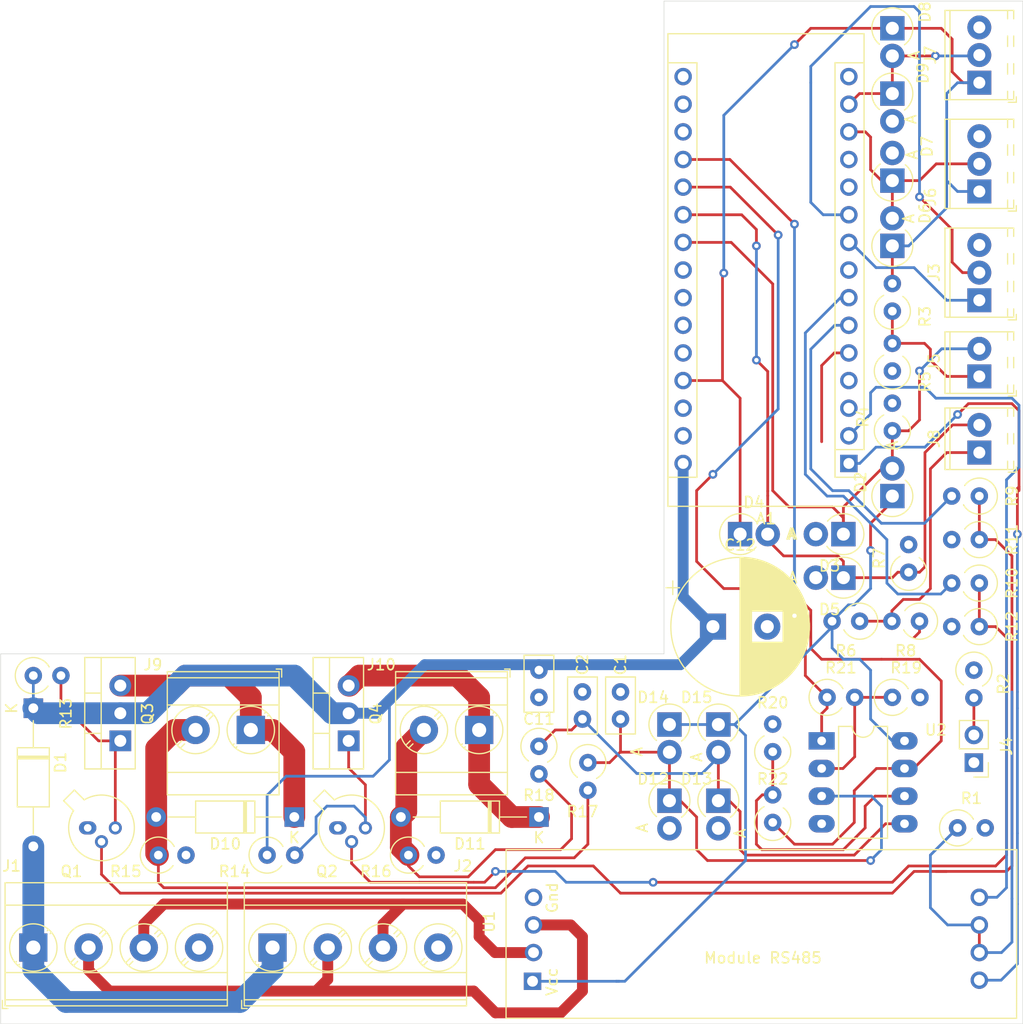
<source format=kicad_pcb>
(kicad_pcb (version 20171130) (host pcbnew "(5.1.9)-1")
  (layers (0 F.Cu signal) (31 B.Cu signal) (34 B.Paste user) (35 F.Paste user) (36 B.SilkS user) (37 F.SilkS user) (38 B.Mask user) (39 F.Mask user) (44 Edge.Cuts user))
  (net 0 "")
  (net 1 "Net-(A1-Pad16)")
  (net 2 "Net-(A1-Pad15)")
  (net 3 IN_PULSE_2)
  (net 4 GND)
  (net 5 IN_PULSE_1)
  (net 6 "Net-(A1-Pad28)")
  (net 7 "Net-(A1-Pad12)")
  (net 8 Vcc)
  (net 9 "Net-(A1-Pad11)")
  (net 10 "Net-(A1-Pad26)")
  (net 11 IN_2)
  (net 12 "Net-(A1-Pad25)")
  (net 13 IN_1)
  (net 14 "Net-(A1-Pad24)")
  (net 15 "Net-(A1-Pad8)")
  (net 16 "Net-(A1-Pad23)")
  (net 17 CMD_P2)
  (net 18 MESI_4)
  (net 19 CMD_P1)
  (net 20 MESI_3)
  (net 21 TXEN)
  (net 22 MESI_2)
  (net 23 MESI_1)
  (net 24 "Net-(A1-Pad3)")
  (net 25 "Net-(A1-Pad18)")
  (net 26 RX)
  (net 27 "Net-(A1-Pad17)")
  (net 28 TX)
  (net 29 "Net-(C1-Pad1)")
  (net 30 "Net-(C2-Pad1)")
  (net 31 "Net-(D1-Pad2)")
  (net 32 "Net-(D10-Pad2)")
  (net 33 "Net-(D10-Pad1)")
  (net 34 "Net-(D11-Pad2)")
  (net 35 "Net-(D11-Pad1)")
  (net 36 "Net-(J1-Pad3)")
  (net 37 "Net-(J1-Pad2)")
  (net 38 "Net-(J4-Pad2)")
  (net 39 "Net-(J5-Pad1)")
  (net 40 "Net-(J8-Pad1)")
  (net 41 "Net-(Q1-Pad3)")
  (net 42 "Net-(Q2-Pad3)")
  (net 43 "Net-(Q1-Pad2)")
  (net 44 "Net-(Q2-Pad2)")
  (net 45 "Net-(R19-Pad1)")
  (net 46 "Net-(R20-Pad1)")
  (net 47 POW_MOS)
  (module bpc:BPC_Mod485 (layer F.Cu) (at 120 149 90)
    (fp_text reference U1 (at 5.375 -4.075 90) (layer F.SilkS))
    (fp_text value BPC_Mod485 hide)
    (fp_text user Gnd (at 7.575 1.725 90) (layer F.SilkS))
    (fp_text user Vcc (at -0.15 1.7 90) (layer F.SilkS))
    (fp_text user "Module RS485" (at 2.05 21.1) (layer F.SilkS))
    (pad 8 thru_hole oval (at 0 41 90) (size 1.6 1.6) (drill 1) (layers *.Cu *.Mask) (net 26 RX))
    (pad 7 thru_hole oval (at 2.54 41 90) (size 1.6 1.6) (drill 1) (layers *.Cu *.Mask) (net 21 TXEN))
    (pad 6 thru_hole oval (at 5.08 41 90) (size 1.6 1.6) (drill 1) (layers *.Cu *.Mask) (net 21 TXEN))
    (pad 5 thru_hole oval (at 7.62 41 90) (size 1.6 1.6) (drill 1) (layers *.Cu *.Mask) (net 28 TX))
    (pad 4 thru_hole oval (at 7.62 0 90) (size 1.6 1.6) (drill 1) (layers *.Cu *.Mask) (net 4 GND))
    (pad 3 thru_hole oval (at 5.08 0 90) (size 1.6 1.6) (drill 1) (layers *.Cu *.Mask) (net 37 "Net-(J1-Pad2)"))
    (pad 2 thru_hole oval (at 2.54 0 90) (size 1.6 1.6) (drill 1) (layers *.Cu *.Mask) (net 36 "Net-(J1-Pad3)"))
    (pad 1 thru_hole rect (at -0.1 -0.09 90) (size 1.6 1.6) (drill 1) (layers *.Cu *.Mask) (net 8 Vcc))
  )
  (module Resistor_THT:R_Axial_DIN0309_L9.0mm_D3.2mm_P2.54mm_Vertical (layer F.Cu) (at 142 134.5 90)
    (fp_text reference R22 (at 4 0 180) (layer F.SilkS))
    (fp_text value R)
    (pad 2 thru_hole oval (at 2.54 0 90) (size 1.6 1.6) (drill 0.8) (layers *.Cu *.Mask) (net 46 "Net-(R20-Pad1)"))
    (pad 1 thru_hole circle (at 0 0 90) (size 1.6 1.6) (drill 0.8) (layers *.Cu *.Mask) (net 22 MESI_2))
  )
  (module TerminalBlock_Phoenix:TerminalBlock_Phoenix_MPT-0,5-2-2.54_1x02_P2.54mm_Horizontal (layer F.Cu) (at 161 100.5 90)
    (fp_text reference J8 (at 1.27 -4.16 90) (layer F.SilkS))
    (fp_text value Conn_01x02)
    (pad "" np_thru_hole circle (at 2.54 2.54 90) (size 1.1 1.1) (drill 1.1) (layers *.Cu *.Mask))
    (pad 2 thru_hole circle (at 2.54 0 90) (size 2.2 2.2) (drill 1.1) (layers *.Cu *.Mask) (net 20 MESI_3))
    (pad "" np_thru_hole circle (at 0 2.54 90) (size 1.1 1.1) (drill 1.1) (layers *.Cu *.Mask))
    (pad 1 thru_hole rect (at 0 0 90) (size 2.2 2.2) (drill 1.1) (layers *.Cu *.Mask) (net 40 "Net-(J8-Pad1)"))
  )
  (module TerminalBlock_Phoenix:TerminalBlock_Phoenix_MPT-0,5-3-2.54_1x03_P2.54mm_Horizontal (layer F.Cu) (at 161 66.5 90)
    (fp_text reference J7 (at 2.54 -4.5 90) (layer F.SilkS))
    (fp_text value Conn_01x03)
    (pad "" np_thru_hole circle (at 5.08 2.54 90) (size 1.1 1.1) (drill 1.1) (layers *.Cu *.Mask))
    (pad 3 thru_hole circle (at 5.08 0 90) (size 2.2 2.2) (drill 1.1) (layers *.Cu *.Mask) (net 4 GND))
    (pad "" np_thru_hole circle (at 2.54 2.54 90) (size 1.1 1.1) (drill 1.1) (layers *.Cu *.Mask))
    (pad 2 thru_hole circle (at 2.54 0 90) (size 2.2 2.2) (drill 1.1) (layers *.Cu *.Mask) (net 3 IN_PULSE_2))
    (pad "" np_thru_hole circle (at 0 2.54 90) (size 1.1 1.1) (drill 1.1) (layers *.Cu *.Mask))
    (pad 1 thru_hole rect (at 0 0 90) (size 2.2 2.2) (drill 1.1) (layers *.Cu *.Mask) (net 8 Vcc))
  )
  (module TerminalBlock_Phoenix:TerminalBlock_Phoenix_MPT-0,5-3-2.54_1x03_P2.54mm_Horizontal (layer F.Cu) (at 161 76.5 90)
    (fp_text reference J6 (at -0.5 -4.5 90) (layer F.SilkS))
    (fp_text value Conn_01x03)
    (pad "" np_thru_hole circle (at 5.08 2.54 90) (size 1.1 1.1) (drill 1.1) (layers *.Cu *.Mask))
    (pad 3 thru_hole circle (at 5.08 0 90) (size 2.2 2.2) (drill 1.1) (layers *.Cu *.Mask) (net 4 GND))
    (pad "" np_thru_hole circle (at 2.54 2.54 90) (size 1.1 1.1) (drill 1.1) (layers *.Cu *.Mask))
    (pad 2 thru_hole circle (at 2.54 0 90) (size 2.2 2.2) (drill 1.1) (layers *.Cu *.Mask) (net 5 IN_PULSE_1))
    (pad "" np_thru_hole circle (at 0 2.54 90) (size 1.1 1.1) (drill 1.1) (layers *.Cu *.Mask))
    (pad 1 thru_hole rect (at 0 0 90) (size 2.2 2.2) (drill 1.1) (layers *.Cu *.Mask) (net 8 Vcc))
  )
  (module TerminalBlock_Phoenix:TerminalBlock_Phoenix_MPT-0,5-2-2.54_1x02_P2.54mm_Horizontal (layer F.Cu) (at 161 93.5 90)
    (fp_text reference J5 (at 1.27 -4.16 90) (layer F.SilkS))
    (fp_text value Conn_01x02)
    (pad "" np_thru_hole circle (at 2.54 2.54 90) (size 1.1 1.1) (drill 1.1) (layers *.Cu *.Mask))
    (pad 2 thru_hole circle (at 2.54 0 90) (size 2.2 2.2) (drill 1.1) (layers *.Cu *.Mask) (net 18 MESI_4))
    (pad "" np_thru_hole circle (at 0 2.54 90) (size 1.1 1.1) (drill 1.1) (layers *.Cu *.Mask))
    (pad 1 thru_hole rect (at 0 0 90) (size 2.2 2.2) (drill 1.1) (layers *.Cu *.Mask) (net 39 "Net-(J5-Pad1)"))
  )
  (module TerminalBlock_Phoenix:TerminalBlock_Phoenix_MPT-0,5-3-2.54_1x03_P2.54mm_Horizontal (layer F.Cu) (at 161 86.5 90)
    (fp_text reference J3 (at 2.54 -4.16 90) (layer F.SilkS))
    (fp_text value Conn_01x03)
    (pad "" np_thru_hole circle (at 5.08 2.54 90) (size 1.1 1.1) (drill 1.1) (layers *.Cu *.Mask))
    (pad 3 thru_hole circle (at 5.08 0 90) (size 2.2 2.2) (drill 1.1) (layers *.Cu *.Mask) (net 4 GND))
    (pad "" np_thru_hole circle (at 2.54 2.54 90) (size 1.1 1.1) (drill 1.1) (layers *.Cu *.Mask))
    (pad 2 thru_hole circle (at 2.54 0 90) (size 2.2 2.2) (drill 1.1) (layers *.Cu *.Mask) (net 11 IN_2))
    (pad "" np_thru_hole circle (at 0 2.54 90) (size 1.1 1.1) (drill 1.1) (layers *.Cu *.Mask))
    (pad 1 thru_hole rect (at 0 0 90) (size 2.2 2.2) (drill 1.1) (layers *.Cu *.Mask) (net 13 IN_1))
  )
  (module Package_TO_SOT_THT:TO-18-3 (layer F.Cu) (at 102 135)
    (fp_text reference Q2 (at -1 4) (layer F.SilkS))
    (fp_text value 2N2222A)
    (pad 3 thru_hole oval (at 2.54 0) (size 1.2 1.2) (drill 0.7) (layers *.Cu *.Mask) (net 42 "Net-(Q2-Pad3)"))
    (pad 2 thru_hole oval (at 1.27 1.27) (size 1.2 1.2) (drill 0.7) (layers *.Cu *.Mask) (net 44 "Net-(Q2-Pad2)"))
    (pad 1 thru_hole oval (at 0 0) (size 1.6 1.2) (drill 0.7) (layers *.Cu *.Mask) (net 4 GND))
  )
  (module Package_TO_SOT_THT:TO-18-3 (layer F.Cu) (at 79 135)
    (fp_text reference Q1 (at -1.5 4) (layer F.SilkS))
    (fp_text value 2N2222A)
    (pad 3 thru_hole oval (at 2.54 0) (size 1.2 1.2) (drill 0.7) (layers *.Cu *.Mask) (net 41 "Net-(Q1-Pad3)"))
    (pad 2 thru_hole oval (at 1.27 1.27) (size 1.2 1.2) (drill 0.7) (layers *.Cu *.Mask) (net 43 "Net-(Q1-Pad2)"))
    (pad 1 thru_hole oval (at 0 0) (size 1.6 1.2) (drill 0.7) (layers *.Cu *.Mask) (net 4 GND))
  )
  (module Diode_THT:D_DO-15_P2.54mm_Vertical_AnodeUp (layer F.Cu) (at 137 125.5 270)
    (fp_text reference D15 (at -2.5 2 180) (layer F.SilkS))
    (fp_text value D_Schottky)
    (fp_text user A (at 3 2 90) (layer F.SilkS))
    (pad 2 thru_hole oval (at 2.54 0 270) (size 2.24 2.24) (drill 1.2) (layers *.Cu *.Mask) (net 30 "Net-(C2-Pad1)"))
    (pad 1 thru_hole rect (at 0 0 270) (size 2.24 2.24) (drill 1.2) (layers *.Cu *.Mask) (net 8 Vcc))
  )
  (module Diode_THT:D_DO-15_P2.54mm_Vertical_AnodeUp (layer F.Cu) (at 132.5 125.5 270)
    (fp_text reference D14 (at -2.5 1.5 180) (layer F.SilkS))
    (fp_text value D_Schottky)
    (fp_text user A (at 2.5 3 90) (layer F.SilkS))
    (pad 2 thru_hole oval (at 2.54 0 270) (size 2.24 2.24) (drill 1.2) (layers *.Cu *.Mask) (net 29 "Net-(C1-Pad1)"))
    (pad 1 thru_hole rect (at 0 0 270) (size 2.24 2.24) (drill 1.2) (layers *.Cu *.Mask) (net 8 Vcc))
  )
  (module Diode_THT:D_DO-15_P2.54mm_Vertical_AnodeUp (layer F.Cu) (at 137 132.5 270)
    (fp_text reference D13 (at -2 2 180) (layer F.SilkS))
    (fp_text value D_Schottky)
    (fp_text user A (at 3 -2 90) (layer F.SilkS))
    (pad 2 thru_hole oval (at 2.54 0 270) (size 2.24 2.24) (drill 1.2) (layers *.Cu *.Mask) (net 4 GND))
    (pad 1 thru_hole rect (at 0 0 270) (size 2.24 2.24) (drill 1.2) (layers *.Cu *.Mask) (net 30 "Net-(C2-Pad1)"))
  )
  (module Diode_THT:D_DO-15_P2.54mm_Vertical_AnodeUp (layer F.Cu) (at 132.5 132.5 270)
    (fp_text reference D12 (at -2 1.5 180) (layer F.SilkS))
    (fp_text value D_Schottky)
    (fp_text user A (at 2.5 2.5 90) (layer F.SilkS))
    (pad 2 thru_hole oval (at 2.54 0 270) (size 2.24 2.24) (drill 1.2) (layers *.Cu *.Mask) (net 4 GND))
    (pad 1 thru_hole rect (at 0 0 270) (size 2.24 2.24) (drill 1.2) (layers *.Cu *.Mask) (net 29 "Net-(C1-Pad1)"))
  )
  (module Diode_THT:D_DO-15_P2.54mm_Vertical_AnodeUp (layer F.Cu) (at 153 67.5 270)
    (fp_text reference D9 (at -1.87 -2.81 90) (layer F.SilkS))
    (fp_text value D_Schottky)
    (fp_text user A (at 5.63 -1.81 90) (layer F.SilkS))
    (pad 2 thru_hole oval (at 2.54 0 270) (size 2.24 2.24) (drill 1.2) (layers *.Cu *.Mask) (net 4 GND))
    (pad 1 thru_hole rect (at 0 0 270) (size 2.24 2.24) (drill 1.2) (layers *.Cu *.Mask) (net 3 IN_PULSE_2))
  )
  (module Diode_THT:D_DO-15_P2.54mm_Vertical_AnodeUp (layer F.Cu) (at 153 61.5 270)
    (fp_text reference D8 (at -1.5 -3 90) (layer F.SilkS))
    (fp_text value D_Schottky)
    (fp_text user A (at 2.5 -2 90) (layer F.SilkS))
    (pad 2 thru_hole oval (at 2.54 0 270) (size 2.24 2.24) (drill 1.2) (layers *.Cu *.Mask) (net 3 IN_PULSE_2))
    (pad 1 thru_hole rect (at 0 0 270) (size 2.24 2.24) (drill 1.2) (layers *.Cu *.Mask) (net 8 Vcc))
  )
  (module Diode_THT:D_DO-15_P2.54mm_Vertical_AnodeUp (layer F.Cu) (at 153 75.5 90)
    (fp_text reference D7 (at 3.13 3.19 90) (layer F.SilkS))
    (fp_text value D_Schottky)
    (fp_text user A (at 5.63 1.69 90) (layer F.SilkS))
    (pad 2 thru_hole oval (at 2.54 0 90) (size 2.24 2.24) (drill 1.2) (layers *.Cu *.Mask) (net 4 GND))
    (pad 1 thru_hole rect (at 0 0 90) (size 2.24 2.24) (drill 1.2) (layers *.Cu *.Mask) (net 5 IN_PULSE_1))
  )
  (module Diode_THT:D_DO-15_P2.54mm_Vertical_AnodeUp (layer F.Cu) (at 153 81.5 90)
    (fp_text reference D6 (at 3 3 90) (layer F.SilkS))
    (fp_text value D_Schottky)
    (fp_text user A (at 2.5 1.5 90) (layer F.SilkS))
    (pad 2 thru_hole oval (at 2.54 0 90) (size 2.24 2.24) (drill 1.2) (layers *.Cu *.Mask) (net 5 IN_PULSE_1))
    (pad 1 thru_hole rect (at 0 0 90) (size 2.24 2.24) (drill 1.2) (layers *.Cu *.Mask) (net 8 Vcc))
  )
  (module Diode_THT:D_DO-15_P2.54mm_Vertical_AnodeUp (layer F.Cu) (at 148.5 112 180)
    (fp_text reference D5 (at 1.27 -2.92) (layer F.SilkS))
    (fp_text value D_Schottky)
    (fp_text user A (at 4.66 0) (layer F.SilkS))
    (pad 2 thru_hole oval (at 2.54 0 180) (size 2.24 2.24) (drill 1.2) (layers *.Cu *.Mask) (net 4 GND))
    (pad 1 thru_hole rect (at 0 0 180) (size 2.24 2.24) (drill 1.2) (layers *.Cu *.Mask) (net 20 MESI_3))
  )
  (module Diode_THT:D_DO-15_P2.54mm_Vertical_AnodeUp (layer F.Cu) (at 139 108)
    (fp_text reference D4 (at 1.27 -2.92) (layer F.SilkS))
    (fp_text value D_Schottky)
    (fp_text user A (at 4.66 0) (layer F.SilkS))
    (pad 2 thru_hole oval (at 2.54 0) (size 2.24 2.24) (drill 1.2) (layers *.Cu *.Mask) (net 20 MESI_3))
    (pad 1 thru_hole rect (at 0 0) (size 2.24 2.24) (drill 1.2) (layers *.Cu *.Mask) (net 8 Vcc))
  )
  (module Diode_THT:D_DO-15_P2.54mm_Vertical_AnodeUp (layer F.Cu) (at 148.5 108 180)
    (fp_text reference D3 (at 1.27 -2.92) (layer F.SilkS))
    (fp_text value D_Schottky)
    (fp_text user A (at 4.66 0) (layer F.SilkS))
    (pad 2 thru_hole oval (at 2.54 0 180) (size 2.24 2.24) (drill 1.2) (layers *.Cu *.Mask) (net 4 GND))
    (pad 1 thru_hole rect (at 0 0 180) (size 2.24 2.24) (drill 1.2) (layers *.Cu *.Mask) (net 18 MESI_4))
  )
  (module Diode_THT:D_DO-15_P2.54mm_Vertical_AnodeUp (layer F.Cu) (at 153 104.5 90)
    (fp_text reference D2 (at 1.27 -2.92 90) (layer F.SilkS))
    (fp_text value D_Schottky)
    (fp_text user A (at 4.66 0 90) (layer F.SilkS))
    (pad 2 thru_hole oval (at 2.54 0 90) (size 2.24 2.24) (drill 1.2) (layers *.Cu *.Mask) (net 18 MESI_4))
    (pad 1 thru_hole rect (at 0 0 90) (size 2.24 2.24) (drill 1.2) (layers *.Cu *.Mask) (net 8 Vcc))
  )
  (module Package_DIP:DIP-8_W7.62mm_LongPads (layer F.Cu) (at 146.5 127)
    (fp_text reference U2 (at 10.5 -1) (layer F.SilkS))
    (fp_text value MCP6002-xP)
    (pad 8 thru_hole oval (at 7.62 0) (size 2.4 1.6) (drill 0.8) (layers *.Cu *.Mask) (net 8 Vcc))
    (pad 4 thru_hole oval (at 0 7.62) (size 2.4 1.6) (drill 0.8) (layers *.Cu *.Mask) (net 4 GND))
    (pad 7 thru_hole oval (at 7.62 2.54) (size 2.4 1.6) (drill 0.8) (layers *.Cu *.Mask) (net 22 MESI_2))
    (pad 3 thru_hole oval (at 0 5.08) (size 2.4 1.6) (drill 0.8) (layers *.Cu *.Mask) (net 29 "Net-(C1-Pad1)"))
    (pad 6 thru_hole oval (at 7.62 5.08) (size 2.4 1.6) (drill 0.8) (layers *.Cu *.Mask) (net 46 "Net-(R20-Pad1)"))
    (pad 2 thru_hole oval (at 0 2.54) (size 2.4 1.6) (drill 0.8) (layers *.Cu *.Mask) (net 45 "Net-(R19-Pad1)"))
    (pad 5 thru_hole oval (at 7.62 7.62) (size 2.4 1.6) (drill 0.8) (layers *.Cu *.Mask) (net 30 "Net-(C2-Pad1)"))
    (pad 1 thru_hole rect (at 0 0) (size 2.4 1.6) (drill 0.8) (layers *.Cu *.Mask) (net 23 MESI_1))
  )
  (module Resistor_THT:R_Axial_DIN0309_L9.0mm_D3.2mm_P2.54mm_Vertical (layer F.Cu) (at 147 123)
    (fp_text reference R21 (at 1.27 -2.72) (layer F.SilkS))
    (fp_text value R)
    (pad 2 thru_hole oval (at 2.54 0) (size 1.6 1.6) (drill 0.8) (layers *.Cu *.Mask) (net 45 "Net-(R19-Pad1)"))
    (pad 1 thru_hole circle (at 0 0) (size 1.6 1.6) (drill 0.8) (layers *.Cu *.Mask) (net 23 MESI_1))
  )
  (module Resistor_THT:R_Axial_DIN0309_L9.0mm_D3.2mm_P2.54mm_Vertical (layer F.Cu) (at 142 128 90)
    (fp_text reference R20 (at 4.5 0 180) (layer F.SilkS))
    (fp_text value R)
    (pad 2 thru_hole oval (at 2.54 0 90) (size 1.6 1.6) (drill 0.8) (layers *.Cu *.Mask) (net 4 GND))
    (pad 1 thru_hole circle (at 0 0 90) (size 1.6 1.6) (drill 0.8) (layers *.Cu *.Mask) (net 46 "Net-(R20-Pad1)"))
  )
  (module Resistor_THT:R_Axial_DIN0309_L9.0mm_D3.2mm_P2.54mm_Vertical (layer F.Cu) (at 153 123)
    (fp_text reference R19 (at 1.27 -2.72) (layer F.SilkS))
    (fp_text value R)
    (pad 2 thru_hole oval (at 2.54 0) (size 1.6 1.6) (drill 0.8) (layers *.Cu *.Mask) (net 4 GND))
    (pad 1 thru_hole circle (at 0 0) (size 1.6 1.6) (drill 0.8) (layers *.Cu *.Mask) (net 45 "Net-(R19-Pad1)"))
  )
  (module Resistor_THT:R_Axial_DIN0309_L9.0mm_D3.2mm_P2.54mm_Vertical (layer F.Cu) (at 120.5 127.5 270)
    (fp_text reference R18 (at 4.5 0 180) (layer F.SilkS))
    (fp_text value R)
    (pad 2 thru_hole oval (at 2.54 0 270) (size 1.6 1.6) (drill 0.8) (layers *.Cu *.Mask) (net 34 "Net-(D11-Pad2)"))
    (pad 1 thru_hole circle (at 0 0 270) (size 1.6 1.6) (drill 0.8) (layers *.Cu *.Mask) (net 30 "Net-(C2-Pad1)"))
  )
  (module Resistor_THT:R_Axial_DIN0309_L9.0mm_D3.2mm_P2.54mm_Vertical (layer F.Cu) (at 125 129 270)
    (fp_text reference R17 (at 4.5 0.5 180) (layer F.SilkS))
    (fp_text value R)
    (pad 2 thru_hole oval (at 2.54 0 270) (size 1.6 1.6) (drill 0.8) (layers *.Cu *.Mask) (net 32 "Net-(D10-Pad2)"))
    (pad 1 thru_hole circle (at 0 0 270) (size 1.6 1.6) (drill 0.8) (layers *.Cu *.Mask) (net 29 "Net-(C1-Pad1)"))
  )
  (module Resistor_THT:R_Axial_DIN0309_L9.0mm_D3.2mm_P2.54mm_Vertical (layer F.Cu) (at 108.5 137.5)
    (fp_text reference R16 (at -3 1.5) (layer F.SilkS))
    (fp_text value 30m)
    (pad 2 thru_hole oval (at 2.54 0) (size 1.6 1.6) (drill 0.8) (layers *.Cu *.Mask) (net 4 GND))
    (pad 1 thru_hole circle (at 0 0) (size 1.6 1.6) (drill 0.8) (layers *.Cu *.Mask) (net 34 "Net-(D11-Pad2)"))
  )
  (module Resistor_THT:R_Axial_DIN0309_L9.0mm_D3.2mm_P2.54mm_Vertical (layer F.Cu) (at 85.5 137.5)
    (fp_text reference R15 (at -3 1.5) (layer F.SilkS))
    (fp_text value 30m)
    (pad 2 thru_hole oval (at 2.54 0) (size 1.6 1.6) (drill 0.8) (layers *.Cu *.Mask) (net 4 GND))
    (pad 1 thru_hole circle (at 0 0) (size 1.6 1.6) (drill 0.8) (layers *.Cu *.Mask) (net 32 "Net-(D10-Pad2)"))
  )
  (module Resistor_THT:R_Axial_DIN0309_L9.0mm_D3.2mm_P2.54mm_Vertical (layer F.Cu) (at 95.5 137.5)
    (fp_text reference R14 (at -3 1.5) (layer F.SilkS))
    (fp_text value 100k)
    (pad 2 thru_hole oval (at 2.54 0) (size 1.6 1.6) (drill 0.8) (layers *.Cu *.Mask) (net 42 "Net-(Q2-Pad3)"))
    (pad 1 thru_hole circle (at 0 0) (size 1.6 1.6) (drill 0.8) (layers *.Cu *.Mask) (net 47 POW_MOS))
  )
  (module Resistor_THT:R_Axial_DIN0309_L9.0mm_D3.2mm_P2.54mm_Vertical (layer F.Cu) (at 74 121)
    (fp_text reference R13 (at 3 3.5 90) (layer F.SilkS))
    (fp_text value 100k)
    (pad 2 thru_hole oval (at 2.54 0) (size 1.6 1.6) (drill 0.8) (layers *.Cu *.Mask) (net 41 "Net-(Q1-Pad3)"))
    (pad 1 thru_hole circle (at 0 0) (size 1.6 1.6) (drill 0.8) (layers *.Cu *.Mask) (net 47 POW_MOS))
  )
  (module Resistor_THT:R_Axial_DIN0309_L9.0mm_D3.2mm_P2.54mm_Vertical (layer F.Cu) (at 161 116.5 180)
    (fp_text reference R12 (at -3 0 90) (layer F.SilkS))
    (fp_text value 100k)
    (pad 2 thru_hole oval (at 2.54 0 180) (size 1.6 1.6) (drill 0.8) (layers *.Cu *.Mask) (net 4 GND))
    (pad 1 thru_hole circle (at 0 0 180) (size 1.6 1.6) (drill 0.8) (layers *.Cu *.Mask) (net 44 "Net-(Q2-Pad2)"))
  )
  (module Resistor_THT:R_Axial_DIN0309_L9.0mm_D3.2mm_P2.54mm_Vertical (layer F.Cu) (at 161 108.5 180)
    (fp_text reference R11 (at -3 0 90) (layer F.SilkS))
    (fp_text value 100k)
    (pad 2 thru_hole oval (at 2.54 0 180) (size 1.6 1.6) (drill 0.8) (layers *.Cu *.Mask) (net 4 GND))
    (pad 1 thru_hole circle (at 0 0 180) (size 1.6 1.6) (drill 0.8) (layers *.Cu *.Mask) (net 43 "Net-(Q1-Pad2)"))
  )
  (module Resistor_THT:R_Axial_DIN0309_L9.0mm_D3.2mm_P2.54mm_Vertical (layer F.Cu) (at 161 112.5 180)
    (fp_text reference R10 (at -3 0 90) (layer F.SilkS))
    (fp_text value 50)
    (pad 2 thru_hole oval (at 2.54 0 180) (size 1.6 1.6) (drill 0.8) (layers *.Cu *.Mask) (net 17 CMD_P2))
    (pad 1 thru_hole circle (at 0 0 180) (size 1.6 1.6) (drill 0.8) (layers *.Cu *.Mask) (net 44 "Net-(Q2-Pad2)"))
  )
  (module Resistor_THT:R_Axial_DIN0309_L9.0mm_D3.2mm_P2.54mm_Vertical (layer F.Cu) (at 161 104.5 180)
    (fp_text reference R9 (at -3 0 90) (layer F.SilkS))
    (fp_text value 50)
    (pad 2 thru_hole oval (at 2.54 0 180) (size 1.6 1.6) (drill 0.8) (layers *.Cu *.Mask) (net 19 CMD_P1))
    (pad 1 thru_hole circle (at 0 0 180) (size 1.6 1.6) (drill 0.8) (layers *.Cu *.Mask) (net 43 "Net-(Q1-Pad2)"))
  )
  (module Resistor_THT:R_Axial_DIN0309_L9.0mm_D3.2mm_P2.54mm_Vertical (layer F.Cu) (at 155.5 116 180)
    (fp_text reference R8 (at 1.27 -2.72) (layer F.SilkS))
    (fp_text value 0)
    (pad 2 thru_hole oval (at 2.54 0 180) (size 1.6 1.6) (drill 0.8) (layers *.Cu *.Mask) (net 40 "Net-(J8-Pad1)"))
    (pad 1 thru_hole circle (at 0 0 180) (size 1.6 1.6) (drill 0.8) (layers *.Cu *.Mask) (net 47 POW_MOS))
  )
  (module Resistor_THT:R_Axial_DIN0309_L9.0mm_D3.2mm_P2.54mm_Vertical (layer F.Cu) (at 154.5 111.5 90)
    (fp_text reference R7 (at 1.27 -2.72 90) (layer F.SilkS))
    (fp_text value 250)
    (pad 2 thru_hole oval (at 2.54 0 90) (size 1.6 1.6) (drill 0.8) (layers *.Cu *.Mask) (net 4 GND))
    (pad 1 thru_hole circle (at 0 0 90) (size 1.6 1.6) (drill 0.8) (layers *.Cu *.Mask) (net 20 MESI_3))
  )
  (module Resistor_THT:R_Axial_DIN0309_L9.0mm_D3.2mm_P2.54mm_Vertical (layer F.Cu) (at 150 116 180)
    (fp_text reference R6 (at 1.27 -2.72) (layer F.SilkS))
    (fp_text value 0)
    (pad 2 thru_hole oval (at 2.54 0 180) (size 1.6 1.6) (drill 0.8) (layers *.Cu *.Mask) (net 8 Vcc))
    (pad 1 thru_hole circle (at 0 0 180) (size 1.6 1.6) (drill 0.8) (layers *.Cu *.Mask) (net 40 "Net-(J8-Pad1)"))
  )
  (module Resistor_THT:R_Axial_DIN0309_L9.0mm_D3.2mm_P2.54mm_Vertical (layer F.Cu) (at 153 93 90)
    (fp_text reference R5 (at -1 3 90) (layer F.SilkS))
    (fp_text value 0)
    (pad 2 thru_hole oval (at 2.54 0 90) (size 1.6 1.6) (drill 0.8) (layers *.Cu *.Mask) (net 39 "Net-(J5-Pad1)"))
    (pad 1 thru_hole circle (at 0 0 90) (size 1.6 1.6) (drill 0.8) (layers *.Cu *.Mask) (net 47 POW_MOS))
  )
  (module Resistor_THT:R_Axial_DIN0309_L9.0mm_D3.2mm_P2.54mm_Vertical (layer F.Cu) (at 153 98.5 90)
    (fp_text reference R4 (at 1.27 -2.72 90) (layer F.SilkS))
    (fp_text value 250)
    (pad 2 thru_hole oval (at 2.54 0 90) (size 1.6 1.6) (drill 0.8) (layers *.Cu *.Mask) (net 4 GND))
    (pad 1 thru_hole circle (at 0 0 90) (size 1.6 1.6) (drill 0.8) (layers *.Cu *.Mask) (net 18 MESI_4))
  )
  (module Resistor_THT:R_Axial_DIN0309_L9.0mm_D3.2mm_P2.54mm_Vertical (layer F.Cu) (at 153 87.5 90)
    (fp_text reference R3 (at -0.5 3 90) (layer F.SilkS))
    (fp_text value 0)
    (pad 2 thru_hole oval (at 2.54 0 90) (size 1.6 1.6) (drill 0.8) (layers *.Cu *.Mask) (net 8 Vcc))
    (pad 1 thru_hole circle (at 0 0 90) (size 1.6 1.6) (drill 0.8) (layers *.Cu *.Mask) (net 39 "Net-(J5-Pad1)"))
  )
  (module Resistor_THT:R_Axial_DIN0309_L9.0mm_D3.2mm_P2.54mm_Vertical (layer F.Cu) (at 160.5 120.5 270)
    (fp_text reference R2 (at 1.27 -2.72 90) (layer F.SilkS))
    (fp_text value 150)
    (pad 2 thru_hole oval (at 2.54 0 270) (size 1.6 1.6) (drill 0.8) (layers *.Cu *.Mask) (net 38 "Net-(J4-Pad2)"))
    (pad 1 thru_hole circle (at 0 0 270) (size 1.6 1.6) (drill 0.8) (layers *.Cu *.Mask) (net 15 "Net-(A1-Pad8)"))
  )
  (module Resistor_THT:R_Axial_DIN0309_L9.0mm_D3.2mm_P2.54mm_Vertical (layer F.Cu) (at 159 135)
    (fp_text reference R1 (at 1.27 -2.72) (layer F.SilkS))
    (fp_text value 100k)
    (pad 2 thru_hole oval (at 2.54 0) (size 1.6 1.6) (drill 0.8) (layers *.Cu *.Mask) (net 4 GND))
    (pad 1 thru_hole circle (at 0 0) (size 1.6 1.6) (drill 0.8) (layers *.Cu *.Mask) (net 21 TXEN))
  )
  (module Package_TO_SOT_THT:TO-220-3_Vertical (layer F.Cu) (at 103 127 90)
    (fp_text reference Q4 (at 2.5 2.5 90) (layer F.SilkS))
    (fp_text value bpc_mos_p03p4)
    (pad 3 thru_hole oval (at 5.08 0 90) (size 1.905 2) (drill 1.1) (layers *.Cu *.Mask) (net 35 "Net-(D11-Pad1)"))
    (pad 2 thru_hole oval (at 2.54 0 90) (size 1.905 2) (drill 1.1) (layers *.Cu *.Mask) (net 47 POW_MOS))
    (pad 1 thru_hole rect (at 0 0 90) (size 1.905 2) (drill 1.1) (layers *.Cu *.Mask) (net 42 "Net-(Q2-Pad3)"))
  )
  (module Package_TO_SOT_THT:TO-220-3_Vertical (layer F.Cu) (at 82 127 90)
    (fp_text reference Q3 (at 2.5 2.5 90) (layer F.SilkS))
    (fp_text value bpc_mos_p03p4)
    (pad 3 thru_hole oval (at 5.08 0 90) (size 1.905 2) (drill 1.1) (layers *.Cu *.Mask) (net 33 "Net-(D10-Pad1)"))
    (pad 2 thru_hole oval (at 2.54 0 90) (size 1.905 2) (drill 1.1) (layers *.Cu *.Mask) (net 47 POW_MOS))
    (pad 1 thru_hole rect (at 0 0 90) (size 1.905 2) (drill 1.1) (layers *.Cu *.Mask) (net 41 "Net-(Q1-Pad3)"))
  )
  (module TerminalBlock_Phoenix:TerminalBlock_Phoenix_MKDS-3-2-5.08_1x02_P5.08mm_Horizontal (layer F.Cu) (at 115 126 180)
    (fp_text reference J10 (at 9 6) (layer F.SilkS))
    (fp_text value Conn_01x02)
    (pad 2 thru_hole circle (at 5.08 0 180) (size 2.6 2.6) (drill 1.3) (layers *.Cu *.Mask) (net 34 "Net-(D11-Pad2)"))
    (pad 1 thru_hole rect (at 0 0 180) (size 2.6 2.6) (drill 1.3) (layers *.Cu *.Mask) (net 35 "Net-(D11-Pad1)"))
  )
  (module TerminalBlock_Phoenix:TerminalBlock_Phoenix_MKDS-3-2-5.08_1x02_P5.08mm_Horizontal (layer F.Cu) (at 94 126 180)
    (fp_text reference J9 (at 9 6) (layer F.SilkS))
    (fp_text value Conn_01x02)
    (pad 2 thru_hole circle (at 5.08 0 180) (size 2.6 2.6) (drill 1.3) (layers *.Cu *.Mask) (net 32 "Net-(D10-Pad2)"))
    (pad 1 thru_hole rect (at 0 0 180) (size 2.6 2.6) (drill 1.3) (layers *.Cu *.Mask) (net 33 "Net-(D10-Pad1)"))
  )
  (module Connector_PinHeader_2.54mm:PinHeader_1x02_P2.54mm_Vertical (layer F.Cu) (at 160.5 129 180)
    (fp_text reference J4 (at -3 1.5 90) (layer F.SilkS))
    (fp_text value LED)
    (pad 2 thru_hole oval (at 0 2.54 180) (size 1.7 1.7) (drill 1) (layers *.Cu *.Mask) (net 38 "Net-(J4-Pad2)"))
    (pad 1 thru_hole rect (at 0 0 180) (size 1.7 1.7) (drill 1) (layers *.Cu *.Mask) (net 4 GND))
  )
  (module TerminalBlock_Phoenix:TerminalBlock_Phoenix_MKDS-3-4-5.08_1x04_P5.08mm_Horizontal (layer F.Cu) (at 96 146)
    (fp_text reference J2 (at 17.5 -7.5) (layer F.SilkS))
    (fp_text value "NETWORK OUT")
    (pad 4 thru_hole circle (at 15.24 0) (size 2.6 2.6) (drill 1.3) (layers *.Cu *.Mask) (net 4 GND))
    (pad 3 thru_hole circle (at 10.16 0) (size 2.6 2.6) (drill 1.3) (layers *.Cu *.Mask) (net 36 "Net-(J1-Pad3)"))
    (pad 2 thru_hole circle (at 5.08 0) (size 2.6 2.6) (drill 1.3) (layers *.Cu *.Mask) (net 37 "Net-(J1-Pad2)"))
    (pad 1 thru_hole rect (at 0 0) (size 2.6 2.6) (drill 1.3) (layers *.Cu *.Mask) (net 31 "Net-(D1-Pad2)"))
  )
  (module TerminalBlock_Phoenix:TerminalBlock_Phoenix_MKDS-3-4-5.08_1x04_P5.08mm_Horizontal (layer F.Cu) (at 74 146)
    (fp_text reference J1 (at -2 -7.5) (layer F.SilkS))
    (fp_text value "NETWORK IN")
    (pad 4 thru_hole circle (at 15.24 0) (size 2.6 2.6) (drill 1.3) (layers *.Cu *.Mask) (net 4 GND))
    (pad 3 thru_hole circle (at 10.16 0) (size 2.6 2.6) (drill 1.3) (layers *.Cu *.Mask) (net 36 "Net-(J1-Pad3)"))
    (pad 2 thru_hole circle (at 5.08 0) (size 2.6 2.6) (drill 1.3) (layers *.Cu *.Mask) (net 37 "Net-(J1-Pad2)"))
    (pad 1 thru_hole rect (at 0 0) (size 2.6 2.6) (drill 1.3) (layers *.Cu *.Mask) (net 31 "Net-(D1-Pad2)"))
  )
  (module Diode_THT:D_A-405_P12.70mm_Horizontal (layer F.Cu) (at 120.5 134 180)
    (fp_text reference D11 (at 6.35 -2.47) (layer F.SilkS))
    (fp_text value D)
    (fp_text user K (at 0 -1.9) (layer F.SilkS))
    (pad 2 thru_hole oval (at 12.7 0 180) (size 1.8 1.8) (drill 0.9) (layers *.Cu *.Mask) (net 34 "Net-(D11-Pad2)"))
    (pad 1 thru_hole rect (at 0 0 180) (size 1.8 1.8) (drill 0.9) (layers *.Cu *.Mask) (net 35 "Net-(D11-Pad1)"))
  )
  (module Diode_THT:D_A-405_P12.70mm_Horizontal (layer F.Cu) (at 98 134 180)
    (fp_text reference D10 (at 6.35 -2.47) (layer F.SilkS))
    (fp_text value D)
    (fp_text user K (at 0 -1.9) (layer F.SilkS))
    (pad 2 thru_hole oval (at 12.7 0 180) (size 1.8 1.8) (drill 0.9) (layers *.Cu *.Mask) (net 32 "Net-(D10-Pad2)"))
    (pad 1 thru_hole rect (at 0 0 180) (size 1.8 1.8) (drill 0.9) (layers *.Cu *.Mask) (net 33 "Net-(D10-Pad1)"))
  )
  (module Diode_THT:D_A-405_P12.70mm_Horizontal (layer F.Cu) (at 74 124 270)
    (fp_text reference D1 (at 5 -2.5 90) (layer F.SilkS))
    (fp_text value D)
    (fp_text user K (at 0 2 90) (layer F.SilkS))
    (pad 2 thru_hole oval (at 12.7 0 270) (size 1.8 1.8) (drill 0.9) (layers *.Cu *.Mask) (net 31 "Net-(D1-Pad2)"))
    (pad 1 thru_hole rect (at 0 0 270) (size 1.8 1.8) (drill 0.9) (layers *.Cu *.Mask) (net 47 POW_MOS))
  )
  (module Capacitor_THT:CP_Radial_D12.5mm_P5.00mm (layer F.Cu) (at 136.5 116.5)
    (fp_text reference C12 (at 2.5 -7.5) (layer F.SilkS))
    (fp_text value 20µF)
    (pad 2 thru_hole circle (at 5 0) (size 2.4 2.4) (drill 1.2) (layers *.Cu *.Mask) (net 4 GND))
    (pad 1 thru_hole rect (at 0 0) (size 2.4 2.4) (drill 1.2) (layers *.Cu *.Mask) (net 47 POW_MOS))
  )
  (module Capacitor_THT:C_Disc_D5.0mm_W2.5mm_P2.50mm (layer F.Cu) (at 120.5 120.5 270)
    (fp_text reference C11 (at 4.5 0 180) (layer F.SilkS))
    (fp_text value 10nF)
    (pad 2 thru_hole circle (at 2.5 0 270) (size 1.6 1.6) (drill 0.8) (layers *.Cu *.Mask) (net 4 GND))
    (pad 1 thru_hole circle (at 0 0 270) (size 1.6 1.6) (drill 0.8) (layers *.Cu *.Mask) (net 47 POW_MOS))
  )
  (module Capacitor_THT:C_Disc_D5.0mm_W2.5mm_P2.50mm (layer F.Cu) (at 124.5 125 90)
    (fp_text reference C2 (at 5 0 90) (layer F.SilkS))
    (fp_text value C)
    (pad 2 thru_hole circle (at 2.5 0 90) (size 1.6 1.6) (drill 0.8) (layers *.Cu *.Mask) (net 4 GND))
    (pad 1 thru_hole circle (at 0 0 90) (size 1.6 1.6) (drill 0.8) (layers *.Cu *.Mask) (net 30 "Net-(C2-Pad1)"))
  )
  (module Capacitor_THT:C_Disc_D5.0mm_W2.5mm_P2.50mm (layer F.Cu) (at 128 125 90)
    (fp_text reference C1 (at 5 0 90) (layer F.SilkS))
    (fp_text value C)
    (pad 2 thru_hole circle (at 2.5 0 90) (size 1.6 1.6) (drill 0.8) (layers *.Cu *.Mask) (net 4 GND))
    (pad 1 thru_hole circle (at 0 0 90) (size 1.6 1.6) (drill 0.8) (layers *.Cu *.Mask) (net 29 "Net-(C1-Pad1)"))
  )
  (module bpc:BPC_Arduino_Nano (layer F.Cu) (at 149 101.5 180)
    (fp_text reference A1 (at 7.62 -5.08) (layer F.SilkS))
    (fp_text value Arduino_Nano_v2.x)
    (pad 16 thru_hole oval (at 15.24 35.56 180) (size 1.6 1.6) (drill 1) (layers *.Cu *.Mask) (net 1 "Net-(A1-Pad16)"))
    (pad 15 thru_hole oval (at 0 35.56 180) (size 1.6 1.6) (drill 1) (layers *.Cu *.Mask) (net 2 "Net-(A1-Pad15)"))
    (pad 30 thru_hole oval (at 15.24 0 180) (size 1.6 1.6) (drill 1) (layers *.Cu *.Mask) (net 47 POW_MOS))
    (pad 14 thru_hole oval (at 0 33.02 180) (size 1.6 1.6) (drill 1) (layers *.Cu *.Mask) (net 3 IN_PULSE_2))
    (pad 29 thru_hole oval (at 15.24 2.54 180) (size 1.6 1.6) (drill 1) (layers *.Cu *.Mask) (net 4 GND))
    (pad 13 thru_hole oval (at 0 30.48 180) (size 1.6 1.6) (drill 1) (layers *.Cu *.Mask) (net 5 IN_PULSE_1))
    (pad 28 thru_hole oval (at 15.24 5.08 180) (size 1.6 1.6) (drill 1) (layers *.Cu *.Mask) (net 6 "Net-(A1-Pad28)"))
    (pad 12 thru_hole oval (at 0 27.94 180) (size 1.6 1.6) (drill 1) (layers *.Cu *.Mask) (net 7 "Net-(A1-Pad12)"))
    (pad 27 thru_hole oval (at 15.24 7.62 180) (size 1.6 1.6) (drill 1) (layers *.Cu *.Mask) (net 8 Vcc))
    (pad 11 thru_hole oval (at 0 25.4 180) (size 1.6 1.6) (drill 1) (layers *.Cu *.Mask) (net 9 "Net-(A1-Pad11)"))
    (pad 26 thru_hole oval (at 15.24 10.16 180) (size 1.6 1.6) (drill 1) (layers *.Cu *.Mask) (net 10 "Net-(A1-Pad26)"))
    (pad 10 thru_hole oval (at 0 22.86 180) (size 1.6 1.6) (drill 1) (layers *.Cu *.Mask) (net 11 IN_2))
    (pad 25 thru_hole oval (at 15.24 12.7 180) (size 1.6 1.6) (drill 1) (layers *.Cu *.Mask) (net 12 "Net-(A1-Pad25)"))
    (pad 9 thru_hole oval (at 0 20.32 180) (size 1.6 1.6) (drill 1) (layers *.Cu *.Mask) (net 13 IN_1))
    (pad 24 thru_hole oval (at 15.24 15.24 180) (size 1.6 1.6) (drill 1) (layers *.Cu *.Mask) (net 14 "Net-(A1-Pad24)"))
    (pad 8 thru_hole oval (at 0 17.78 180) (size 1.6 1.6) (drill 1) (layers *.Cu *.Mask) (net 15 "Net-(A1-Pad8)"))
    (pad 23 thru_hole oval (at 15.24 17.78 180) (size 1.6 1.6) (drill 1) (layers *.Cu *.Mask) (net 16 "Net-(A1-Pad23)"))
    (pad 7 thru_hole oval (at 0 15.24 180) (size 1.6 1.6) (drill 1) (layers *.Cu *.Mask) (net 17 CMD_P2))
    (pad 22 thru_hole oval (at 15.24 20.32 180) (size 1.6 1.6) (drill 1) (layers *.Cu *.Mask) (net 18 MESI_4))
    (pad 6 thru_hole oval (at 0 12.7 180) (size 1.6 1.6) (drill 1) (layers *.Cu *.Mask) (net 19 CMD_P1))
    (pad 21 thru_hole oval (at 15.24 22.86 180) (size 1.6 1.6) (drill 1) (layers *.Cu *.Mask) (net 20 MESI_3))
    (pad 5 thru_hole oval (at 0 10.16 180) (size 1.6 1.6) (drill 1) (layers *.Cu *.Mask) (net 21 TXEN))
    (pad 20 thru_hole oval (at 15.24 25.4 180) (size 1.6 1.6) (drill 1) (layers *.Cu *.Mask) (net 22 MESI_2))
    (pad 4 thru_hole oval (at 0 7.62 180) (size 1.6 1.6) (drill 1) (layers *.Cu *.Mask) (net 4 GND))
    (pad 19 thru_hole oval (at 15.24 27.94 180) (size 1.6 1.6) (drill 1) (layers *.Cu *.Mask) (net 23 MESI_1))
    (pad 3 thru_hole oval (at 0 5.08 180) (size 1.6 1.6) (drill 1) (layers *.Cu *.Mask) (net 24 "Net-(A1-Pad3)"))
    (pad 18 thru_hole oval (at 15.24 30.48 180) (size 1.6 1.6) (drill 1) (layers *.Cu *.Mask) (net 25 "Net-(A1-Pad18)"))
    (pad 2 thru_hole oval (at 0 2.54 180) (size 1.6 1.6) (drill 1) (layers *.Cu *.Mask) (net 26 RX))
    (pad 17 thru_hole oval (at 15.24 33.02 180) (size 1.6 1.6) (drill 1) (layers *.Cu *.Mask) (net 27 "Net-(A1-Pad17)"))
    (pad 1 thru_hole rect (at 0 0 180) (size 1.6 1.6) (drill 1) (layers *.Cu *.Mask) (net 28 TX))
  )
  (gr_line (start 132 59) (end 132 119) (layer Edge.Cuts) (width 0.05))
  (gr_line (start 165 59) (end 132 59) (layer Edge.Cuts) (width 0.05))
  (gr_line (start 71 119) (end 132 119) (layer Edge.Cuts) (width 0.05))
  (gr_line (start 165 153) (end 165 59) (layer Edge.Cuts) (width 0.05))
  (gr_line (start 71 153) (end 165 153) (layer Edge.Cuts) (width 0.05))
  (gr_line (start 71 153) (end 71 119) (layer Edge.Cuts) (width 0.05))
  (segment (start 149 68.48) (end 149.98 67.5) (width 0.25) (layer F.Cu) (net 3))
  (segment (start 149.98 67.5) (end 153 67.5) (width 0.25) (layer F.Cu) (net 3))
  (segment (start 153 64.04) (end 153 67.5) (width 0.25) (layer F.Cu) (net 3))
  (segment (start 160.92 64.04) (end 161 63.96) (width 0.25) (layer F.Cu) (net 3))
  (segment (start 153 64.04) (end 156.96 64.04) (width 0.25) (layer F.Cu) (net 3))
  (via (at 156.96 64.04) (size 0.8) (drill 0.4) (layers F.Cu B.Cu) (net 3))
  (segment (start 160.92 64.04) (end 161 63.96) (width 0.25) (layer B.Cu) (net 3))
  (segment (start 156.96 64.04) (end 160.92 64.04) (width 0.25) (layer B.Cu) (net 3))
  (segment (start 153 75.5) (end 152 75.5) (width 0.25) (layer F.Cu) (net 5))
  (segment (start 152 75.5) (end 151 74.5) (width 0.25) (layer F.Cu) (net 5))
  (segment (start 151 74.5) (end 151 71.5) (width 0.25) (layer F.Cu) (net 5))
  (segment (start 150.52 71.02) (end 149 71.02) (width 0.25) (layer F.Cu) (net 5))
  (segment (start 151 71.5) (end 150.52 71.02) (width 0.25) (layer F.Cu) (net 5))
  (segment (start 153 75.5) (end 153 78.96) (width 0.25) (layer F.Cu) (net 5))
  (segment (start 153 75.5) (end 155.5 75.5) (width 0.25) (layer F.Cu) (net 5))
  (segment (start 157.04 73.96) (end 161 73.96) (width 0.25) (layer F.Cu) (net 5))
  (segment (start 155.5 75.5) (end 157.04 73.96) (width 0.25) (layer F.Cu) (net 5))
  (segment (start 139 108) (end 139 95.5) (width 0.25) (layer F.Cu) (net 8))
  (segment (start 137.38 93.88) (end 133.76 93.88) (width 0.25) (layer F.Cu) (net 8))
  (segment (start 139 95.5) (end 137.38 93.88) (width 0.25) (layer F.Cu) (net 8))
  (segment (start 153 81.5) (end 154.5 81.5) (width 0.25) (layer B.Cu) (net 8))
  (segment (start 154.5 81.5) (end 156 80) (width 0.25) (layer B.Cu) (net 8))
  (segment (start 153 81.5) (end 153 84.96) (width 0.25) (layer F.Cu) (net 8))
  (segment (start 153 61.5) (end 145.5 61.5) (width 0.25) (layer F.Cu) (net 8))
  (segment (start 161 66.5) (end 159.5 66.5) (width 0.25) (layer F.Cu) (net 8))
  (segment (start 159.5 66.5) (end 158.5 65.5) (width 0.25) (layer F.Cu) (net 8))
  (segment (start 158.5 65.5) (end 158.5 62.5) (width 0.25) (layer F.Cu) (net 8))
  (segment (start 157.5 61.5) (end 153 61.5) (width 0.25) (layer F.Cu) (net 8))
  (segment (start 158.5 62.5) (end 157.5 61.5) (width 0.25) (layer F.Cu) (net 8))
  (segment (start 156 80) (end 158 78) (width 0.25) (layer B.Cu) (net 8))
  (segment (start 159 76.5) (end 158 75.5) (width 0.25) (layer B.Cu) (net 8))
  (segment (start 158 78) (end 158 75.5) (width 0.25) (layer B.Cu) (net 8))
  (segment (start 161 76.5) (end 159 76.5) (width 0.25) (layer B.Cu) (net 8))
  (segment (start 159 66.5) (end 158 67.5) (width 0.25) (layer B.Cu) (net 8))
  (segment (start 158 75.5) (end 158 67.5) (width 0.25) (layer B.Cu) (net 8))
  (segment (start 161 66.5) (end 159 66.5) (width 0.25) (layer B.Cu) (net 8))
  (segment (start 145.5 61.5) (end 144 63) (width 0.25) (layer F.Cu) (net 8))
  (via (at 144 63) (size 0.8) (drill 0.4) (layers F.Cu B.Cu) (net 8))
  (segment (start 140.5 66.5) (end 144 63) (width 0.25) (layer B.Cu) (net 8))
  (segment (start 137 125.5) (end 132.5 125.5) (width 0.25) (layer B.Cu) (net 8))
  (segment (start 139.5 138) (end 131 146.5) (width 0.25) (layer B.Cu) (net 8))
  (segment (start 139.5 126.5) (end 139.5 138) (width 0.25) (layer B.Cu) (net 8))
  (segment (start 138.5 125.5) (end 139.5 126.5) (width 0.25) (layer B.Cu) (net 8))
  (segment (start 137 125.5) (end 138.5 125.5) (width 0.25) (layer B.Cu) (net 8))
  (segment (start 128.4 149.1) (end 127.6 149.1) (width 0.25) (layer B.Cu) (net 8))
  (segment (start 131 146.5) (end 128.4 149.1) (width 0.25) (layer B.Cu) (net 8))
  (segment (start 127.6 149.1) (end 119.91 149.1) (width 0.25) (layer B.Cu) (net 8))
  (segment (start 127.9 149.1) (end 127.6 149.1) (width 0.25) (layer B.Cu) (net 8))
  (segment (start 153 104.5) (end 153 105) (width 0.25) (layer F.Cu) (net 8))
  (segment (start 151 107) (end 151 109.5) (width 0.25) (layer F.Cu) (net 8))
  (via (at 151 109.5) (size 0.8) (drill 0.4) (layers F.Cu B.Cu) (net 8))
  (segment (start 153 105) (end 151 107) (width 0.25) (layer F.Cu) (net 8))
  (segment (start 151 109.5) (end 151 113) (width 0.25) (layer B.Cu) (net 8))
  (segment (start 151 113) (end 149.5 114.5) (width 0.25) (layer B.Cu) (net 8))
  (segment (start 148.96 114.5) (end 147.46 116) (width 0.25) (layer B.Cu) (net 8))
  (segment (start 149.5 114.5) (end 148.96 114.5) (width 0.25) (layer B.Cu) (net 8))
  (segment (start 147.46 116.54) (end 147.46 116) (width 0.25) (layer B.Cu) (net 8))
  (segment (start 138.5 125.5) (end 147.46 116.54) (width 0.25) (layer B.Cu) (net 8))
  (via (at 137.5 84) (size 0.8) (drill 0.4) (layers F.Cu B.Cu) (net 8))
  (segment (start 137.38 84.12) (end 137.5 84) (width 0.25) (layer F.Cu) (net 8))
  (segment (start 137.38 93.88) (end 137.38 84.12) (width 0.25) (layer F.Cu) (net 8))
  (segment (start 137.5 84) (end 137.5 69.5) (width 0.25) (layer B.Cu) (net 8))
  (segment (start 137.5 69.5) (end 140.5 66.5) (width 0.25) (layer B.Cu) (net 8))
  (segment (start 154.12 127) (end 153 127) (width 0.25) (layer B.Cu) (net 8))
  (segment (start 153 127) (end 151 125) (width 0.25) (layer B.Cu) (net 8))
  (segment (start 151 125) (end 151 120.5) (width 0.25) (layer B.Cu) (net 8))
  (segment (start 151 120.5) (end 150 119.5) (width 0.25) (layer B.Cu) (net 8))
  (segment (start 150 119.5) (end 148.5 119.5) (width 0.25) (layer B.Cu) (net 8))
  (segment (start 147.46 118.46) (end 147.46 116) (width 0.25) (layer B.Cu) (net 8))
  (segment (start 148.5 119.5) (end 147.46 118.46) (width 0.25) (layer B.Cu) (net 8))
  (segment (start 149 78.64) (end 146.64 78.64) (width 0.25) (layer B.Cu) (net 11))
  (segment (start 146.64 78.64) (end 145.5 77.5) (width 0.25) (layer B.Cu) (net 11))
  (segment (start 145.5 77.5) (end 145.5 66.5) (width 0.25) (layer B.Cu) (net 11))
  (segment (start 145.5 66.5) (end 145.5 65) (width 0.25) (layer B.Cu) (net 11))
  (segment (start 145.5 65) (end 151 59.5) (width 0.25) (layer B.Cu) (net 11))
  (segment (start 155.5 60) (end 155 59.5) (width 0.25) (layer B.Cu) (net 11))
  (segment (start 155.5 77) (end 155.5 60) (width 0.25) (layer B.Cu) (net 11))
  (segment (start 151 59.5) (end 155 59.5) (width 0.25) (layer B.Cu) (net 11))
  (segment (start 156 77.5) (end 155.5 77) (width 0.25) (layer F.Cu) (net 11))
  (segment (start 158.5 80) (end 156 77.5) (width 0.25) (layer F.Cu) (net 11))
  (segment (start 158.5 83) (end 158.5 80) (width 0.25) (layer F.Cu) (net 11))
  (segment (start 159.46 83.96) (end 158.5 83) (width 0.25) (layer F.Cu) (net 11))
  (segment (start 161 83.96) (end 159.46 83.96) (width 0.25) (layer F.Cu) (net 11))
  (via (at 155.5 77) (size 0.8) (drill 0.4) (layers F.Cu B.Cu) (net 11))
  (segment (start 149.18 81.18) (end 149 81.18) (width 0.25) (layer B.Cu) (net 13))
  (segment (start 151.5 83.5) (end 149.18 81.18) (width 0.25) (layer B.Cu) (net 13))
  (segment (start 155 83.5) (end 151.5 83.5) (width 0.25) (layer B.Cu) (net 13))
  (segment (start 158 86.5) (end 155 83.5) (width 0.25) (layer B.Cu) (net 13))
  (segment (start 161 86.5) (end 158 86.5) (width 0.25) (layer B.Cu) (net 13))
  (segment (start 148.24 86.26) (end 149 86.26) (width 0.25) (layer B.Cu) (net 17))
  (segment (start 145 89.5) (end 148.24 86.26) (width 0.25) (layer B.Cu) (net 17))
  (segment (start 152.5 108.5) (end 148.5 104.5) (width 0.25) (layer B.Cu) (net 17))
  (segment (start 152.5 112.5) (end 152.5 108.5) (width 0.25) (layer B.Cu) (net 17))
  (segment (start 153.5 113.5) (end 152.5 112.5) (width 0.25) (layer B.Cu) (net 17))
  (segment (start 157.46 113.5) (end 153.5 113.5) (width 0.25) (layer B.Cu) (net 17))
  (segment (start 158.46 112.5) (end 157.46 113.5) (width 0.25) (layer B.Cu) (net 17))
  (segment (start 145 102.5) (end 147 104.5) (width 0.25) (layer B.Cu) (net 17))
  (segment (start 148.5 104.5) (end 147 104.5) (width 0.25) (layer B.Cu) (net 17))
  (segment (start 145 102.5) (end 145 89.5) (width 0.25) (layer B.Cu) (net 17))
  (segment (start 148.5 108) (end 148.5 105.5) (width 0.25) (layer F.Cu) (net 18))
  (segment (start 152.04 101.96) (end 153 101.96) (width 0.25) (layer F.Cu) (net 18))
  (segment (start 148.5 105.5) (end 152.04 101.96) (width 0.25) (layer F.Cu) (net 18))
  (segment (start 153 98.5) (end 153 101.96) (width 0.25) (layer F.Cu) (net 18))
  (segment (start 153 98.5) (end 154.5 98.5) (width 0.25) (layer F.Cu) (net 18))
  (via (at 155.5 93) (size 0.8) (drill 0.4) (layers F.Cu B.Cu) (net 18))
  (segment (start 155.5 97.5) (end 155.5 93) (width 0.25) (layer F.Cu) (net 18))
  (segment (start 154.5 98.5) (end 155.5 97.5) (width 0.25) (layer F.Cu) (net 18))
  (segment (start 157.54 90.96) (end 161 90.96) (width 0.25) (layer B.Cu) (net 18))
  (segment (start 155.5 93) (end 157.54 90.96) (width 0.25) (layer B.Cu) (net 18))
  (segment (start 148.5 106.5) (end 148.5 108) (width 0.25) (layer F.Cu) (net 18))
  (segment (start 143.5 105.5) (end 147.5 105.5) (width 0.25) (layer F.Cu) (net 18))
  (segment (start 142 104) (end 143.5 105.5) (width 0.25) (layer F.Cu) (net 18))
  (segment (start 142 85) (end 142 104) (width 0.25) (layer F.Cu) (net 18))
  (segment (start 138.18 81.18) (end 142 85) (width 0.25) (layer F.Cu) (net 18))
  (segment (start 147.5 105.5) (end 148.5 106.5) (width 0.25) (layer F.Cu) (net 18))
  (segment (start 133.76 81.18) (end 138.18 81.18) (width 0.25) (layer F.Cu) (net 18))
  (segment (start 147.7 88.8) (end 149 88.8) (width 0.25) (layer B.Cu) (net 19))
  (segment (start 145.5 91) (end 147.7 88.8) (width 0.25) (layer B.Cu) (net 19))
  (segment (start 152 107) (end 149 104) (width 0.25) (layer B.Cu) (net 19))
  (segment (start 155.96 107) (end 152 107) (width 0.25) (layer B.Cu) (net 19))
  (segment (start 158.46 104.5) (end 155.96 107) (width 0.25) (layer B.Cu) (net 19))
  (segment (start 147.5 104) (end 145.5 102) (width 0.25) (layer B.Cu) (net 19))
  (segment (start 149 104) (end 147.5 104) (width 0.25) (layer B.Cu) (net 19))
  (segment (start 145.5 102) (end 145.5 91) (width 0.25) (layer B.Cu) (net 19))
  (segment (start 161 97.96) (end 158.54 97.96) (width 0.25) (layer F.Cu) (net 20))
  (segment (start 158.54 97.96) (end 156 100.5) (width 0.25) (layer F.Cu) (net 20))
  (segment (start 156 100.5) (end 156 111) (width 0.25) (layer F.Cu) (net 20))
  (segment (start 155.5 111.5) (end 154.5 111.5) (width 0.25) (layer F.Cu) (net 20))
  (segment (start 156 111) (end 155.5 111.5) (width 0.25) (layer F.Cu) (net 20))
  (segment (start 154.5 111.5) (end 153.5 111.5) (width 0.25) (layer F.Cu) (net 20))
  (segment (start 153 112) (end 148.5 112) (width 0.25) (layer F.Cu) (net 20))
  (segment (start 153.5 111.5) (end 153 112) (width 0.25) (layer F.Cu) (net 20))
  (segment (start 148.5 112) (end 148.5 110.5) (width 0.25) (layer F.Cu) (net 20))
  (segment (start 148.5 110.5) (end 148 110) (width 0.25) (layer F.Cu) (net 20))
  (segment (start 148 110) (end 143 110) (width 0.25) (layer F.Cu) (net 20))
  (segment (start 141.54 108.54) (end 141.54 108) (width 0.25) (layer F.Cu) (net 20))
  (segment (start 143 110) (end 141.54 108.54) (width 0.25) (layer F.Cu) (net 20))
  (segment (start 141.54 104.46) (end 141.54 104.04) (width 0.25) (layer F.Cu) (net 20))
  (segment (start 141.54 108) (end 141.54 104.46) (width 0.25) (layer F.Cu) (net 20))
  (segment (start 141.54 104.04) (end 141.54 93.04) (width 0.25) (layer F.Cu) (net 20))
  (via (at 140.5 92) (size 0.8) (drill 0.4) (layers F.Cu B.Cu) (net 20))
  (segment (start 141.54 93.04) (end 140.5 92) (width 0.25) (layer F.Cu) (net 20))
  (via (at 140.5 81.5) (size 0.8) (drill 0.4) (layers F.Cu B.Cu) (net 20))
  (segment (start 140.5 92) (end 140.5 81.5) (width 0.25) (layer B.Cu) (net 20))
  (segment (start 133.76 78.64) (end 139.14 78.64) (width 0.25) (layer F.Cu) (net 20))
  (segment (start 140.5 80) (end 140.5 81.5) (width 0.25) (layer F.Cu) (net 20))
  (segment (start 139.14 78.64) (end 140.5 80) (width 0.25) (layer F.Cu) (net 20))
  (segment (start 161 143.92) (end 161 146.46) (width 0.25) (layer F.Cu) (net 21))
  (segment (start 161 146.46) (end 163.04 146.46) (width 0.25) (layer B.Cu) (net 21))
  (segment (start 163.04 146.46) (end 164 145.5) (width 0.25) (layer B.Cu) (net 21))
  (segment (start 164 145.5) (end 164 141.5) (width 0.25) (layer B.Cu) (net 21))
  (segment (start 164 141.5) (end 164 135.5) (width 0.25) (layer B.Cu) (net 21))
  (segment (start 164 135.5) (end 164 123) (width 0.25) (layer B.Cu) (net 21))
  (segment (start 164 123) (end 164 122.5) (width 0.25) (layer B.Cu) (net 21))
  (segment (start 149 91.34) (end 147.66 91.34) (width 0.25) (layer F.Cu) (net 21))
  (segment (start 147.66 91.34) (end 146.5 92.5) (width 0.25) (layer F.Cu) (net 21))
  (segment (start 146.5 92.5) (end 146.5 99.5) (width 0.25) (layer F.Cu) (net 21))
  (segment (start 156.5 137.5) (end 159 135) (width 0.25) (layer B.Cu) (net 21))
  (segment (start 156.5 142.34) (end 156.5 137.5) (width 0.25) (layer B.Cu) (net 21))
  (segment (start 158.08 143.92) (end 156.5 142.34) (width 0.25) (layer B.Cu) (net 21))
  (segment (start 161 143.92) (end 158.08 143.92) (width 0.25) (layer B.Cu) (net 21))
  (segment (start 133.76 76.1) (end 138.1 76.1) (width 0.25) (layer F.Cu) (net 22))
  (segment (start 138.1 76.1) (end 138.5 76.5) (width 0.25) (layer F.Cu) (net 22))
  (segment (start 138.5 76.5) (end 141.5 79.5) (width 0.25) (layer F.Cu) (net 22))
  (segment (start 141.5 79.5) (end 142.5 80.5) (width 0.25) (layer F.Cu) (net 22))
  (segment (start 154.12 129.54) (end 154.96 129.54) (width 0.25) (layer F.Cu) (net 22))
  (segment (start 154.96 129.54) (end 157.5 127) (width 0.25) (layer F.Cu) (net 22))
  (segment (start 157.5 127) (end 157.5 121.5) (width 0.25) (layer F.Cu) (net 22))
  (segment (start 157.5 121.5) (end 155.5 119.5) (width 0.25) (layer F.Cu) (net 22))
  (segment (start 155.5 119.5) (end 152 119.5) (width 0.25) (layer F.Cu) (net 22))
  (segment (start 152 119.5) (end 146.5 119.5) (width 0.25) (layer F.Cu) (net 22))
  (segment (start 146.5 119.5) (end 145.5 118.5) (width 0.25) (layer F.Cu) (net 22))
  (segment (start 145.5 118.5) (end 145.5 116.5) (width 0.25) (layer F.Cu) (net 22))
  (segment (start 145.5 116.5) (end 145.5 115) (width 0.25) (layer F.Cu) (net 22))
  (segment (start 145.5 115) (end 143.5 113) (width 0.25) (layer F.Cu) (net 22))
  (segment (start 143.5 113) (end 137.5 113) (width 0.25) (layer F.Cu) (net 22))
  (segment (start 137.5 113) (end 135 110.5) (width 0.25) (layer F.Cu) (net 22))
  (segment (start 135 110.5) (end 135 104) (width 0.25) (layer F.Cu) (net 22))
  (segment (start 135 104) (end 136.5 102.5) (width 0.25) (layer F.Cu) (net 22))
  (segment (start 136.5 102.5) (end 136.5 102.5) (width 0.25) (layer F.Cu) (net 22))
  (via (at 136.5 102.5) (size 0.8) (drill 0.4) (layers F.Cu B.Cu) (net 22))
  (segment (start 136.5 102.5) (end 142.5 96.5) (width 0.25) (layer B.Cu) (net 22))
  (segment (start 142.5 96.5) (end 142.5 80.5) (width 0.25) (layer B.Cu) (net 22))
  (via (at 142.5 80.5) (size 0.8) (drill 0.4) (layers F.Cu B.Cu) (net 22))
  (segment (start 144 136.5) (end 142 134.5) (width 0.25) (layer F.Cu) (net 22))
  (segment (start 147.5 136.5) (end 144 136.5) (width 0.25) (layer F.Cu) (net 22))
  (segment (start 149.5 134.5) (end 147.5 136.5) (width 0.25) (layer F.Cu) (net 22))
  (segment (start 149.5 131.58) (end 149.5 134.5) (width 0.25) (layer F.Cu) (net 22))
  (segment (start 151.54 129.54) (end 149.5 131.58) (width 0.25) (layer F.Cu) (net 22))
  (segment (start 154.12 129.54) (end 151.54 129.54) (width 0.25) (layer F.Cu) (net 22))
  (segment (start 133.76 73.56) (end 138.06 73.56) (width 0.25) (layer F.Cu) (net 23))
  (segment (start 138.06 73.56) (end 139 74.5) (width 0.25) (layer F.Cu) (net 23))
  (segment (start 139 74.5) (end 143.5 79) (width 0.25) (layer F.Cu) (net 23))
  (segment (start 143.5 79) (end 144 79.5) (width 0.25) (layer F.Cu) (net 23))
  (segment (start 144 79.5) (end 144 79.5) (width 0.25) (layer F.Cu) (net 23))
  (via (at 144 79.5) (size 0.8) (drill 0.4) (layers F.Cu B.Cu) (net 23))
  (segment (start 144 79.5) (end 144 115.5) (width 0.25) (layer B.Cu) (net 23))
  (via (at 144 115.5) (size 0.8) (drill 0.4) (layers F.Cu B.Cu) (net 23))
  (segment (start 144 115.5) (end 144 107.821398) (width 0.25) (layer B.Cu) (net 23))
  (segment (start 145 116.5) (end 145 117) (width 0.25) (layer F.Cu) (net 23))
  (segment (start 144 115.5) (end 145 116.5) (width 0.25) (layer F.Cu) (net 23))
  (segment (start 145 121) (end 147 123) (width 0.25) (layer F.Cu) (net 23))
  (segment (start 145 117) (end 145 121) (width 0.25) (layer F.Cu) (net 23))
  (segment (start 147 123) (end 147 124) (width 0.25) (layer F.Cu) (net 23))
  (segment (start 146.5 124.5) (end 146.5 127) (width 0.25) (layer F.Cu) (net 23))
  (segment (start 147 124) (end 146.5 124.5) (width 0.25) (layer F.Cu) (net 23))
  (segment (start 151 96.96) (end 149 98.96) (width 0.25) (layer B.Cu) (net 26))
  (segment (start 151 95) (end 151 96.96) (width 0.25) (layer B.Cu) (net 26))
  (segment (start 156 94.5) (end 151.5 94.5) (width 0.25) (layer B.Cu) (net 26))
  (segment (start 164 95.5) (end 157 95.5) (width 0.25) (layer B.Cu) (net 26))
  (segment (start 164.64999 96.14999) (end 164 95.5) (width 0.25) (layer B.Cu) (net 26))
  (segment (start 164.64999 101.85001) (end 164.64999 96.14999) (width 0.25) (layer B.Cu) (net 26))
  (segment (start 163.5 103) (end 164.64999 101.85001) (width 0.25) (layer B.Cu) (net 26))
  (segment (start 151.5 94.5) (end 151 95) (width 0.25) (layer B.Cu) (net 26))
  (segment (start 157 95.5) (end 156 94.5) (width 0.25) (layer B.Cu) (net 26))
  (segment (start 162.62 141.38) (end 163.5 140.5) (width 0.25) (layer B.Cu) (net 26))
  (segment (start 163.5 140.5) (end 163.5 103) (width 0.25) (layer B.Cu) (net 26))
  (segment (start 161 141.38) (end 162.62 141.38) (width 0.25) (layer B.Cu) (net 26))
  (segment (start 161 149) (end 163 149) (width 0.25) (layer B.Cu) (net 28))
  (segment (start 163 149) (end 164.5 147.5) (width 0.25) (layer B.Cu) (net 28))
  (segment (start 164.5 147.5) (end 164.5 142) (width 0.25) (layer B.Cu) (net 28))
  (segment (start 164.5 142) (end 164.5 135.5) (width 0.25) (layer B.Cu) (net 28))
  (segment (start 164.5 135.5) (end 164.5 124) (width 0.25) (layer B.Cu) (net 28))
  (segment (start 164.5 124) (end 164.5 122.5) (width 0.25) (layer B.Cu) (net 28))
  (segment (start 149 101.5) (end 150 101.5) (width 0.25) (layer B.Cu) (net 28))
  (segment (start 150 101.5) (end 151.5 100) (width 0.25) (layer B.Cu) (net 28))
  (segment (start 151.5 100) (end 156 100) (width 0.25) (layer B.Cu) (net 28))
  (segment (start 156 100) (end 159 97) (width 0.25) (layer B.Cu) (net 28))
  (via (at 159 97) (size 0.8) (drill 0.4) (layers F.Cu B.Cu) (net 28))
  (segment (start 159 97) (end 160 96) (width 0.25) (layer F.Cu) (net 28))
  (segment (start 160 96) (end 164 96) (width 0.25) (layer F.Cu) (net 28))
  (segment (start 164 96) (end 164.64999 96.64999) (width 0.25) (layer F.Cu) (net 28))
  (segment (start 164.5 122.5) (end 164.5 108) (width 0.25) (layer B.Cu) (net 28))
  (segment (start 164.5 108) (end 164.5 108) (width 0.25) (layer B.Cu) (net 28))
  (via (at 164.5 108) (size 0.8) (drill 0.4) (layers F.Cu B.Cu) (net 28))
  (segment (start 164.5 104) (end 164.64999 103.85001) (width 0.25) (layer F.Cu) (net 28))
  (segment (start 164.5 108) (end 164.5 104) (width 0.25) (layer F.Cu) (net 28))
  (segment (start 164.64999 103.85001) (end 164.64999 104) (width 0.25) (layer F.Cu) (net 28))
  (segment (start 164.5 103.79998) (end 164.64999 103.64999) (width 0.25) (layer F.Cu) (net 28))
  (segment (start 164.5 104) (end 164.5 103.79998) (width 0.25) (layer F.Cu) (net 28))
  (segment (start 164.64999 103.64999) (end 164.64999 103.85001) (width 0.25) (layer F.Cu) (net 28))
  (segment (start 164.64999 96.64999) (end 164.64999 103.64999) (width 0.25) (layer F.Cu) (net 28))
  (segment (start 125 129) (end 127 129) (width 0.25) (layer F.Cu) (net 29))
  (segment (start 128 128) (end 128 125) (width 0.25) (layer F.Cu) (net 29))
  (segment (start 127 129) (end 128 128) (width 0.25) (layer F.Cu) (net 29))
  (segment (start 128.04 128.04) (end 128 128) (width 0.25) (layer F.Cu) (net 29))
  (segment (start 132.5 128.04) (end 128.04 128.04) (width 0.25) (layer F.Cu) (net 29))
  (segment (start 132.5 128.04) (end 132.5 132.5) (width 0.25) (layer F.Cu) (net 29))
  (via (at 151 138) (size 0.8) (drill 0.4) (layers F.Cu B.Cu) (net 29))
  (segment (start 151.08 132.08) (end 146.5 132.08) (width 0.25) (layer B.Cu) (net 29))
  (segment (start 152 133) (end 151.08 132.08) (width 0.25) (layer B.Cu) (net 29))
  (segment (start 133.5 132.5) (end 132.5 132.5) (width 0.25) (layer F.Cu) (net 29))
  (segment (start 135 134) (end 133.5 132.5) (width 0.25) (layer F.Cu) (net 29))
  (segment (start 135 137) (end 135 134) (width 0.25) (layer F.Cu) (net 29))
  (segment (start 136 138) (end 135 137) (width 0.25) (layer F.Cu) (net 29))
  (segment (start 151 138) (end 136 138) (width 0.25) (layer F.Cu) (net 29))
  (segment (start 151 138) (end 152 137) (width 0.25) (layer B.Cu) (net 29))
  (segment (start 152 137) (end 152 133) (width 0.25) (layer B.Cu) (net 29))
  (segment (start 137 128.04) (end 137 132.5) (width 0.25) (layer F.Cu) (net 30))
  (segment (start 120.5 127.5) (end 122 126) (width 0.25) (layer F.Cu) (net 30))
  (segment (start 123.5 126) (end 124.5 125) (width 0.25) (layer F.Cu) (net 30))
  (segment (start 122 126) (end 123.5 126) (width 0.25) (layer F.Cu) (net 30))
  (segment (start 137 132.5) (end 138 132.5) (width 0.25) (layer F.Cu) (net 30))
  (segment (start 138 132.5) (end 139 133.5) (width 0.25) (layer F.Cu) (net 30))
  (segment (start 139 133.5) (end 139 137) (width 0.25) (layer F.Cu) (net 30))
  (segment (start 124.5 125) (end 129.5 130) (width 0.25) (layer B.Cu) (net 30))
  (segment (start 129.5 130) (end 135.5 130) (width 0.25) (layer B.Cu) (net 30))
  (segment (start 137 128.5) (end 137 128.04) (width 0.25) (layer B.Cu) (net 30))
  (segment (start 135.5 130) (end 137 128.5) (width 0.25) (layer B.Cu) (net 30))
  (segment (start 154.12 134.62) (end 152.38 134.62) (width 0.25) (layer F.Cu) (net 30))
  (segment (start 139.5 137.5) (end 149.5 137.5) (width 0.25) (layer F.Cu) (net 30))
  (segment (start 152.38 134.62) (end 149.5 137.5) (width 0.25) (layer F.Cu) (net 30))
  (segment (start 139 137) (end 139.5 137.5) (width 0.25) (layer F.Cu) (net 30))
  (segment (start 74 146) (end 74 136.7) (width 2) (layer B.Cu) (net 31))
  (segment (start 96 148) (end 96 146) (width 2) (layer B.Cu) (net 31))
  (segment (start 93 151) (end 96 148) (width 2) (layer B.Cu) (net 31))
  (segment (start 77 151) (end 74 148) (width 2) (layer B.Cu) (net 31))
  (segment (start 74 146) (end 74 148) (width 2) (layer B.Cu) (net 31))
  (segment (start 77 151) (end 93 151) (width 2) (layer B.Cu) (net 31))
  (segment (start 87 126) (end 88.92 126) (width 2) (layer F.Cu) (net 32))
  (segment (start 85.3 127.7) (end 87 126) (width 2) (layer F.Cu) (net 32))
  (segment (start 85.3 127.7) (end 85.3 134) (width 2) (layer F.Cu) (net 32))
  (segment (start 85.3 137.34) (end 85.46 137.5) (width 2) (layer F.Cu) (net 32))
  (segment (start 85.3 134) (end 85.3 137.34) (width 2) (layer F.Cu) (net 32))
  (segment (start 116.5 140.5) (end 119.25 137.75) (width 0.25) (layer F.Cu) (net 32))
  (segment (start 86 140.5) (end 116.5 140.5) (width 0.25) (layer F.Cu) (net 32))
  (segment (start 85.5 140) (end 86 140.5) (width 0.25) (layer F.Cu) (net 32))
  (segment (start 85.5 137.5) (end 85.5 140) (width 0.25) (layer F.Cu) (net 32))
  (segment (start 123.75 137.75) (end 125 136.5) (width 0.25) (layer F.Cu) (net 32))
  (segment (start 119.25 137.75) (end 123.75 137.75) (width 0.25) (layer F.Cu) (net 32))
  (segment (start 125 136.5) (end 125 131.54) (width 0.25) (layer F.Cu) (net 32))
  (segment (start 82 121.92) (end 87.08 121.92) (width 2) (layer F.Cu) (net 33))
  (segment (start 87.08 121.92) (end 88 121) (width 2) (layer F.Cu) (net 33))
  (segment (start 94 123) (end 92 121) (width 2) (layer F.Cu) (net 33))
  (segment (start 88 121) (end 92 121) (width 2) (layer F.Cu) (net 33))
  (segment (start 94 123) (end 94 126) (width 2) (layer F.Cu) (net 33))
  (segment (start 94 126) (end 96 126) (width 2) (layer F.Cu) (net 33))
  (segment (start 96 126) (end 98 128) (width 2) (layer F.Cu) (net 33))
  (segment (start 98 128) (end 98 134) (width 2) (layer F.Cu) (net 33))
  (segment (start 108.3 127.62) (end 109.92 126) (width 2) (layer F.Cu) (net 34))
  (segment (start 108.3 133.5) (end 107.8 134) (width 2) (layer F.Cu) (net 34))
  (segment (start 108.3 127.62) (end 108.3 133.5) (width 2) (layer F.Cu) (net 34))
  (segment (start 107.8 136.8) (end 108.5 137.5) (width 2) (layer F.Cu) (net 34))
  (segment (start 107.8 134) (end 107.8 136.8) (width 2) (layer F.Cu) (net 34))
  (segment (start 108.5 137.5) (end 108.5 138.5) (width 0.25) (layer F.Cu) (net 34))
  (segment (start 108.5 138.5) (end 109.5 139.5) (width 0.25) (layer F.Cu) (net 34))
  (segment (start 109.5 139.5) (end 114 139.5) (width 0.25) (layer F.Cu) (net 34))
  (segment (start 116.5 137) (end 114 139.5) (width 0.25) (layer F.Cu) (net 34))
  (segment (start 120.5 130.04) (end 123.5 133.04) (width 0.25) (layer F.Cu) (net 34))
  (segment (start 123.5 136) (end 122.5 137) (width 0.25) (layer F.Cu) (net 34))
  (segment (start 123.5 133.04) (end 123.5 136) (width 0.25) (layer F.Cu) (net 34))
  (segment (start 122.5 137) (end 116.5 137) (width 0.25) (layer F.Cu) (net 34))
  (segment (start 115 123) (end 115 126) (width 2) (layer F.Cu) (net 35))
  (segment (start 113 121) (end 115 123) (width 2) (layer F.Cu) (net 35))
  (segment (start 104 121) (end 113 121) (width 2) (layer F.Cu) (net 35))
  (segment (start 103.08 121.92) (end 104 121) (width 2) (layer F.Cu) (net 35))
  (segment (start 103 121.92) (end 103.08 121.92) (width 2) (layer F.Cu) (net 35))
  (segment (start 115 131) (end 115 126) (width 2) (layer F.Cu) (net 35))
  (segment (start 118 134) (end 115 131) (width 2) (layer F.Cu) (net 35))
  (segment (start 120.5 134) (end 118 134) (width 2) (layer F.Cu) (net 35))
  (segment (start 120 146.46) (end 116.46 146.46) (width 1) (layer F.Cu) (net 36))
  (segment (start 116.46 146.46) (end 115 145) (width 1) (layer F.Cu) (net 36))
  (segment (start 115 145) (end 115 143.5) (width 1) (layer F.Cu) (net 36))
  (segment (start 115 143.5) (end 113.5 142) (width 1) (layer F.Cu) (net 36))
  (segment (start 113.5 142) (end 108 142) (width 1) (layer F.Cu) (net 36))
  (segment (start 106.16 143.84) (end 106.16 146) (width 1) (layer F.Cu) (net 36))
  (segment (start 108 142) (end 106.16 143.84) (width 1) (layer F.Cu) (net 36))
  (segment (start 84.16 143.84) (end 86 142) (width 1) (layer F.Cu) (net 36))
  (segment (start 108 142) (end 86 142) (width 1) (layer F.Cu) (net 36))
  (segment (start 84.16 143.84) (end 84.16 146) (width 1) (layer F.Cu) (net 36))
  (segment (start 79.08 146) (end 79.08 148.08) (width 1) (layer F.Cu) (net 37))
  (segment (start 79.08 148.08) (end 81 150) (width 1) (layer F.Cu) (net 37))
  (segment (start 81 150) (end 100 150) (width 1) (layer F.Cu) (net 37))
  (segment (start 101.08 148.92) (end 101.08 146) (width 1) (layer F.Cu) (net 37))
  (segment (start 100 150) (end 101.08 148.92) (width 1) (layer F.Cu) (net 37))
  (segment (start 100 150) (end 114.5 150) (width 1) (layer F.Cu) (net 37))
  (segment (start 114.5 150) (end 116.5 152) (width 1) (layer F.Cu) (net 37))
  (segment (start 116.5 152) (end 122.5 152) (width 1) (layer F.Cu) (net 37))
  (segment (start 122.5 152) (end 124.5 150) (width 1) (layer F.Cu) (net 37))
  (segment (start 124.5 150) (end 124.5 145) (width 1) (layer F.Cu) (net 37))
  (segment (start 123.42 143.92) (end 120 143.92) (width 1) (layer F.Cu) (net 37))
  (segment (start 124.5 145) (end 123.42 143.92) (width 1) (layer F.Cu) (net 37))
  (segment (start 160.5 123.04) (end 160.5 126.46) (width 0.25) (layer F.Cu) (net 38))
  (segment (start 153 87.5) (end 153 90.46) (width 0.25) (layer F.Cu) (net 39))
  (segment (start 161 93.5) (end 158 93.5) (width 0.25) (layer F.Cu) (net 39))
  (segment (start 158 93.5) (end 156.5 92) (width 0.25) (layer F.Cu) (net 39))
  (segment (start 156.5 92) (end 156.5 91) (width 0.25) (layer F.Cu) (net 39))
  (segment (start 155.96 90.46) (end 153 90.46) (width 0.25) (layer F.Cu) (net 39))
  (segment (start 156.5 91) (end 155.96 90.46) (width 0.25) (layer F.Cu) (net 39))
  (segment (start 150 116) (end 152.96 116) (width 0.25) (layer F.Cu) (net 40))
  (segment (start 158 100.5) (end 161 100.5) (width 0.25) (layer F.Cu) (net 40))
  (segment (start 156.5 102) (end 158 100.5) (width 0.25) (layer F.Cu) (net 40))
  (segment (start 152.96 116) (end 152.96 115.04) (width 0.25) (layer F.Cu) (net 40))
  (segment (start 152.96 115.04) (end 154 114) (width 0.25) (layer F.Cu) (net 40))
  (segment (start 155.5 114) (end 156.5 113) (width 0.25) (layer F.Cu) (net 40))
  (segment (start 156.5 113) (end 156.5 102) (width 0.25) (layer F.Cu) (net 40))
  (segment (start 154 114) (end 155.5 114) (width 0.25) (layer F.Cu) (net 40))
  (segment (start 82 127) (end 80 127) (width 0.25) (layer F.Cu) (net 41))
  (segment (start 76.54 123.54) (end 76.54 121) (width 0.25) (layer F.Cu) (net 41))
  (segment (start 80 127) (end 76.54 123.54) (width 0.25) (layer F.Cu) (net 41))
  (segment (start 81.54 127.46) (end 82 127) (width 0.25) (layer F.Cu) (net 41))
  (segment (start 81.54 135) (end 81.54 127.46) (width 0.25) (layer F.Cu) (net 41))
  (segment (start 103 127) (end 103 129.5) (width 0.25) (layer F.Cu) (net 42))
  (segment (start 104.54 131.04) (end 104.54 135) (width 0.25) (layer F.Cu) (net 42))
  (segment (start 103 129.5) (end 104.54 131.04) (width 0.25) (layer F.Cu) (net 42))
  (segment (start 98.04 137.5) (end 100 135.54) (width 0.25) (layer B.Cu) (net 42))
  (segment (start 100 135.54) (end 100 134) (width 0.25) (layer B.Cu) (net 42))
  (segment (start 100 134) (end 101 133) (width 0.25) (layer B.Cu) (net 42))
  (segment (start 101 133) (end 103.5 133) (width 0.25) (layer B.Cu) (net 42))
  (segment (start 104.54 134.04) (end 104.54 135) (width 0.25) (layer B.Cu) (net 42))
  (segment (start 103.5 133) (end 104.54 134.04) (width 0.25) (layer B.Cu) (net 42))
  (segment (start 161 104.5) (end 161 108.5) (width 0.25) (layer F.Cu) (net 43))
  (segment (start 162.5 108.5) (end 161 108.5) (width 0.25) (layer F.Cu) (net 43))
  (segment (start 164 138.5) (end 164 110) (width 0.25) (layer F.Cu) (net 43))
  (segment (start 163.5 139) (end 164 138.5) (width 0.25) (layer F.Cu) (net 43))
  (segment (start 157 139) (end 163.5 139) (width 0.25) (layer F.Cu) (net 43))
  (segment (start 119.5 138.5) (end 125.5 138.5) (width 0.25) (layer F.Cu) (net 43))
  (segment (start 82 141) (end 117 141) (width 0.25) (layer F.Cu) (net 43))
  (segment (start 164 110) (end 162.5 108.5) (width 0.25) (layer F.Cu) (net 43))
  (segment (start 117 141) (end 119.5 138.5) (width 0.25) (layer F.Cu) (net 43))
  (segment (start 80.27 139.27) (end 82 141) (width 0.25) (layer F.Cu) (net 43))
  (segment (start 80.27 136.27) (end 80.27 139.27) (width 0.25) (layer F.Cu) (net 43))
  (segment (start 125.5 138.5) (end 128 141) (width 0.25) (layer F.Cu) (net 43))
  (segment (start 153 141) (end 128 141) (width 0.25) (layer F.Cu) (net 43))
  (segment (start 155 139) (end 153 141) (width 0.25) (layer F.Cu) (net 43))
  (segment (start 158 139) (end 155 139) (width 0.25) (layer F.Cu) (net 43))
  (segment (start 161 116.5) (end 161 112.5) (width 0.25) (layer F.Cu) (net 44))
  (via (at 131 140) (size 0.8) (drill 0.4) (layers F.Cu B.Cu) (net 44))
  (via (at 116.5 139) (size 0.8) (drill 0.4) (layers F.Cu B.Cu) (net 44))
  (segment (start 115.5 140) (end 116.5 139) (width 0.25) (layer F.Cu) (net 44))
  (segment (start 103.27 138.27) (end 105 140) (width 0.25) (layer F.Cu) (net 44))
  (segment (start 114.5 140) (end 115.5 140) (width 0.25) (layer F.Cu) (net 44))
  (segment (start 105 140) (end 109.5 140) (width 0.25) (layer F.Cu) (net 44))
  (segment (start 109.5 140) (end 114 140) (width 0.25) (layer F.Cu) (net 44))
  (segment (start 116.5 139) (end 122 139) (width 0.25) (layer B.Cu) (net 44))
  (segment (start 103.27 136.27) (end 103.27 138.27) (width 0.25) (layer F.Cu) (net 44))
  (segment (start 122 139) (end 123 140) (width 0.25) (layer B.Cu) (net 44))
  (segment (start 114 140) (end 114.5 140) (width 0.25) (layer F.Cu) (net 44))
  (segment (start 162.5 138.5) (end 154.5 138.5) (width 0.25) (layer F.Cu) (net 44))
  (segment (start 154.5 138.5) (end 153 140) (width 0.25) (layer F.Cu) (net 44))
  (segment (start 163.5 117.5) (end 163.5 137.5) (width 0.25) (layer F.Cu) (net 44))
  (segment (start 153 140) (end 131 140) (width 0.25) (layer F.Cu) (net 44))
  (segment (start 163.5 137.5) (end 162.5 138.5) (width 0.25) (layer F.Cu) (net 44))
  (segment (start 162.5 116.5) (end 163.5 117.5) (width 0.25) (layer F.Cu) (net 44))
  (segment (start 161 116.5) (end 162.5 116.5) (width 0.25) (layer F.Cu) (net 44))
  (segment (start 123 140) (end 131 140) (width 0.25) (layer B.Cu) (net 44))
  (segment (start 149.54 123) (end 149.54 128.46) (width 0.25) (layer F.Cu) (net 45))
  (segment (start 148.46 129.54) (end 146.5 129.54) (width 0.25) (layer F.Cu) (net 45))
  (segment (start 149.54 128.46) (end 148.46 129.54) (width 0.25) (layer F.Cu) (net 45))
  (segment (start 149.54 123) (end 153 123) (width 0.25) (layer F.Cu) (net 45))
  (segment (start 142 128) (end 142 131.96) (width 0.25) (layer F.Cu) (net 46))
  (segment (start 148.5 137) (end 150.5 135) (width 0.25) (layer F.Cu) (net 46))
  (segment (start 141 137) (end 148.5 137) (width 0.25) (layer F.Cu) (net 46))
  (segment (start 140.5 136.5) (end 141 137) (width 0.25) (layer F.Cu) (net 46))
  (segment (start 140.5 132.5) (end 140.5 136.5) (width 0.25) (layer F.Cu) (net 46))
  (segment (start 141.04 131.96) (end 140.5 132.5) (width 0.25) (layer F.Cu) (net 46))
  (segment (start 142 131.96) (end 141.04 131.96) (width 0.25) (layer F.Cu) (net 46))
  (segment (start 151.42 132.08) (end 150.5 133) (width 0.25) (layer F.Cu) (net 46))
  (segment (start 150.5 135) (end 150.5 133) (width 0.25) (layer F.Cu) (net 46))
  (segment (start 151.42 132.08) (end 154.12 132.08) (width 0.25) (layer F.Cu) (net 46))
  (segment (start 74.46 124.46) (end 82 124.46) (width 2) (layer B.Cu) (net 47))
  (segment (start 74 124) (end 74.46 124.46) (width 2) (layer B.Cu) (net 47))
  (segment (start 101.46 124.46) (end 103 124.46) (width 2) (layer B.Cu) (net 47))
  (segment (start 98 121) (end 101.46 124.46) (width 2) (layer B.Cu) (net 47))
  (segment (start 88 121) (end 98 121) (width 2) (layer B.Cu) (net 47))
  (segment (start 84.54 124.46) (end 88 121) (width 2) (layer B.Cu) (net 47))
  (segment (start 82 124.46) (end 84.54 124.46) (width 2) (layer B.Cu) (net 47))
  (segment (start 74 124) (end 74 121) (width 0.25) (layer B.Cu) (net 47))
  (segment (start 103 124.46) (end 105.54 124.46) (width 1) (layer B.Cu) (net 47))
  (segment (start 105.54 124.46) (end 106.75 123.25) (width 1) (layer B.Cu) (net 47))
  (segment (start 106.75 123.25) (end 106.75 128.75) (width 0.25) (layer B.Cu) (net 47))
  (segment (start 105.25 130.25) (end 97.25 130.25) (width 0.25) (layer B.Cu) (net 47))
  (segment (start 106.75 128.75) (end 105.25 130.25) (width 0.25) (layer B.Cu) (net 47))
  (segment (start 95.5 132) (end 95.5 137.5) (width 0.25) (layer B.Cu) (net 47))
  (segment (start 97.25 130.25) (end 95.5 132) (width 0.25) (layer B.Cu) (net 47))
  (segment (start 106.75 123.25) (end 110 120) (width 1) (layer B.Cu) (net 47))
  (segment (start 136.5 117) (end 133.5 120) (width 1) (layer B.Cu) (net 47))
  (segment (start 136.5 116.5) (end 136.5 117) (width 1) (layer B.Cu) (net 47))
  (segment (start 135.26 115.26) (end 136.5 116.5) (width 1) (layer B.Cu) (net 47))
  (segment (start 123.5 120) (end 133.5 120) (width 1) (layer B.Cu) (net 47))
  (segment (start 120.5 120.5) (end 120.5 120) (width 1) (layer B.Cu) (net 47))
  (segment (start 120.5 120) (end 123.5 120) (width 1) (layer B.Cu) (net 47))
  (segment (start 110 120) (end 120.5 120) (width 1) (layer B.Cu) (net 47))
  (segment (start 133.76 113.76) (end 133.76 101.5) (width 1) (layer B.Cu) (net 47))
  (segment (start 136.5 116.5) (end 133.76 113.76) (width 1) (layer B.Cu) (net 47))
  (segment (start 155.5 116) (end 155.5 117) (width 0.25) (layer F.Cu) (net 47))
  (segment (start 155.5 117) (end 155 117.5) (width 0.25) (layer F.Cu) (net 47))
)
</source>
